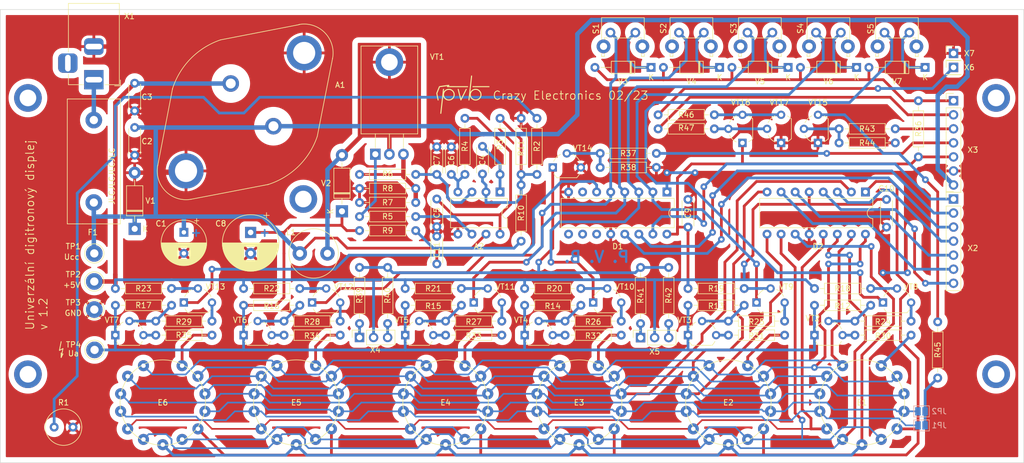
<source format=kicad_pcb>
(kicad_pcb (version 20211014) (generator pcbnew)
  (layers (0 "F.Cu" signal) (31 "B.Cu" signal) (34 "B.Paste" user) (35 "F.Paste" user) (36 "B.SilkS" user "B.Silkscreen") (37 "F.SilkS" user "F.Silkscreen") (38 "B.Mask" user) (39 "F.Mask" user) (44 "Edge.Cuts" user))
  (net 0 "")
  (net 1 "VCC")
  (net 2 "GNDD")
  (net 3 "+5V")
  (net 4 "Net-(A2-Pad1)")
  (net 5 "Net-(A2-Pad2)")
  (net 6 "Net-(A2-Pad3)")
  (net 7 "Net-(A2-Pad4)")
  (net 8 "Net-(A2-Pad6)")
  (net 9 "Net-(A2-Pad8)")
  (net 10 "/A1")
  (net 11 "/A2")
  (net 12 "/A3")
  (net 13 "/A4")
  (net 14 "/A5")
  (net 15 "/A6")
  (net 20 "/S2")
  (net 21 "/S1")
  (net 22 "/S0")
  (net 23 "/k8")
  (net 24 "/k9")
  (net 25 "/D0")
  (net 26 "/D3")
  (net 27 "/D1")
  (net 28 "/D2")
  (net 29 "/k2")
  (net 30 "/k3")
  (net 31 "/k7")
  (net 32 "/k6")
  (net 33 "/k4")
  (net 34 "/k5")
  (net 35 "/k1")
  (net 36 "/k0")
  (net 37 "/dp1")
  (net 38 "/dp2")
  (net 39 "Net-(C8-Pad1)")
  (net 40 "Net-(E1-Pad13)")
  (net 41 "Net-(E2-Pad13)")
  (net 42 "Net-(E3-Pad13)")
  (net 43 "Net-(E4-Pad13)")
  (net 44 "Net-(E5-Pad13)")
  (net 45 "Net-(E6-Pad13)")
  (net 46 "Net-(F1-Pad1)")
  (net 47 "Net-(JP1-Pad1)")
  (net 48 "Net-(R1-Pad1)")
  (net 49 "Net-(L1-Pad2)")
  (net 50 "Net-(R5-Pad1)")
  (net 51 "Net-(R6-Pad1)")
  (net 52 "Net-(R12-Pad2)")
  (net 53 "Net-(R13-Pad2)")
  (net 54 "Net-(R14-Pad2)")
  (net 55 "Net-(R15-Pad2)")
  (net 56 "Net-(R16-Pad2)")
  (net 57 "Net-(R17-Pad2)")
  (net 58 "Net-(R18-Pad2)")
  (net 59 "Net-(R19-Pad2)")
  (net 60 "Net-(R20-Pad2)")
  (net 61 "Net-(R21-Pad2)")
  (net 62 "Net-(R22-Pad2)")
  (net 63 "Net-(R23-Pad2)")
  (net 64 "Net-(R24-Pad2)")
  (net 65 "Net-(R25-Pad2)")
  (net 66 "Net-(R26-Pad2)")
  (net 67 "Net-(R27-Pad2)")
  (net 68 "Net-(R28-Pad2)")
  (net 69 "Net-(R29-Pad2)")
  (net 70 "Net-(R30-Pad1)")
  (net 71 "Net-(R31-Pad1)")
  (net 72 "Net-(R32-Pad1)")
  (net 73 "Net-(R33-Pad1)")
  (net 74 "Net-(R34-Pad1)")
  (net 75 "Net-(R35-Pad1)")
  (net 76 "/KEY")
  (net 77 "Net-(R10-Pad1)")
  (net 78 "/COL")
  (net 79 "Net-(R39-Pad1)")
  (net 80 "Net-(R39-Pad2)")
  (net 81 "Net-(R40-Pad2)")
  (net 82 "Net-(R41-Pad2)")
  (net 83 "Net-(R42-Pad2)")
  (net 84 "/DP")
  (net 85 "Net-(R43-Pad2)")
  (net 86 "Net-(R45-Pad1)")
  (net 87 "/ALM")
  (net 88 "Net-(R37-Pad1)")
  (net 89 "Net-(R46-Pad2)")
  (net 90 "Net-(R47-Pad2)")
  (net 91 "Net-(S1-Pad2)")
  (net 92 "Net-(S2-Pad2)")
  (net 93 "Net-(S3-Pad2)")
  (net 94 "Net-(S4-Pad2)")
  (net 95 "Net-(S5-Pad2)")
  (net 97 "Net-(R47-Pad1)")
  (footprint "MyComponents:R DIN0207 10.16mm" (layer "F.Cu") (at 169.1775 85.725)
    (fp_text reference "R46")
    (fp_text value "560R")
  )
  (footprint "MyComponents:Fuseholder_Cylinder-5x20mm_Stelvio-Kontek_PTF76_Horizontal_Open" (layer "F.Cu") (at 67.177875 80.3275 -90)
    (fp_text reference "F1")
    (fp_text value "Fuse")
  )
  (footprint "TestPoint:TestPoint_THTPad_D3.0mm_Drill1.5mm" (layer "F.Cu") (at 67.26 118.4275)
    (fp_text reference "TP3")
    (fp_text value "GND")
  )
  (footprint "Capacitor_THT:C_Disc_D4.3mm_W1.9mm_P5.00mm" (layer "F.Cu") (at 137.4275 88.9 -90)
    (fp_text reference "C4")
    (fp_text value "100p")
  )
  (footprint "Diode_THT:D_DO-35_SOD27_P10.16mm_Horizontal" (layer "F.Cu") (at 217.4375 74.6125 180)
    (fp_text reference "V7")
    (fp_text value "4148")
  )
  (footprint "Capacitor_THT:C_Disc_D4.3mm_W1.9mm_P5.00mm" (layer "F.Cu") (at 174.575 103.505 90)
    (fp_text reference "C9")
    (fp_text value "100n")
  )
  (footprint "MyComponents:R DIN0207 10.16mm" (layer "F.Cu") (at 197.435 117.6575)
    (fp_text reference "R12")
    (fp_text value "22k")
  )
  (footprint "Package_TO_SOT_THT:TO-92_Wide" (layer "F.Cu") (at 135.84 117.1575)
    (fp_text reference "VT11")
    (fp_text value "MPSA42")
  )
  (footprint "MyComponents:nixie_13pin" (layer "F.Cu") (at 154.89 135.255)
    (fp_text reference "E3")
    (fp_text value "ZM1080T" hide)
  )
  (footprint "MyComponents:R DIN0207 10.16mm" (layer "F.Cu") (at 115.2025 93.98)
    (fp_text reference "R6")
    (fp_text value "2k2")
  )
  (footprint "MyComponents:R DIN0207 10.16mm" (layer "F.Cu") (at 144.4125 106.045 90)
    (fp_text reference "R10")
    (fp_text value "100k")
  )
  (footprint "MyComponents:nixie_13pin" (layer "F.Cu") (at 181.8775 135.255)
    (fp_text reference "E2")
    (fp_text value "ZM1080T" hide)
  )
  (footprint "Package_TO_SOT_THT:TO-92_Wide" (layer "F.Cu") (at 145.0475 123.055)
    (fp_text reference "VT4")
    (fp_text value "MPSA92")
  )
  (footprint "Package_TO_SOT_THT:TO-92_Wide" (layer "F.Cu") (at 150.1275 92.71)
    (fp_text reference "VT14")
    (fp_text value "BC547")
  )
  (footprint "MyComponents:R DIN0207 10.16mm" (layer "F.Cu") (at 130.76 120.515)
    (fp_text reference "R27")
    (fp_text value "330k")
  )
  (footprint "MyComponents:R DIN0207 10.16mm" (layer "F.Cu") (at 152.35 123.055)
    (fp_text reference "R32")
    (fp_text value "22k")
  )
  (footprint "TestPoint:TestPoint_THTPad_D3.0mm_Drill1.5mm" (layer "F.Cu") (at 67.26 108.2675)
    (fp_text reference "TP1")
    (fp_text value "Vcc")
  )
  (footprint "MyComponents:R DIN0207 10.16mm" (layer "F.Cu") (at 145.0475 117.6575)
    (fp_text reference "R14")
    (fp_text value "22k")
  )
  (footprint "MyComponents:R DIN0207 10.16mm" (layer "F.Cu") (at 145.0475 114.6175)
    (fp_text reference "R20")
    (fp_text value "22k")
  )
  (footprint "MyComponents:R DIN0207 10.16mm" (layer "F.Cu") (at 94.2475 114.6175)
    (fp_text reference "R22")
    (fp_text value "22k")
  )
  (footprint "MyComponents:R DIN0207 10.16mm" (layer "F.Cu") (at 174.575 117.6575)
    (fp_text reference "R13")
    (fp_text value "22k")
  )
  (footprint "Package_TO_SOT_THT:TO-92_Wide" (layer "F.Cu") (at 186.9575 117.1575)
    (fp_text reference "VT9")
    (fp_text value "MPSA42")
  )
  (footprint "MyComponents:R DIN0207 10.16mm" (layer "F.Cu") (at 204.7375 123.055)
    (fp_text reference "R30")
    (fp_text value "22k")
  )
  (footprint "MyComponents:R DIN0207 10.16mm" (layer "F.Cu") (at 216.2175 90.805 90)
    (fp_text reference "R36")
    (fp_text value "1k")
  )
  (footprint "MyComponents:R DIN0207 10.16mm" (layer "F.Cu") (at 212.04 85.725 180)
    (fp_text reference "R43")
    (fp_text value "10k")
  )
  (footprint "Package_TO_SOT_THT:TO-220-3_Horizontal_TabDown" (layer "F.Cu") (at 118.06 90.32)
    (fp_text reference "VT1")
    (fp_text value "IRF740")
  )
  (footprint "Capacitor_THT:C_Disc_D4.3mm_W1.9mm_P5.00mm" (layer "F.Cu") (at 210.4525 98.505 -90)
    (fp_text reference "C10")
    (fp_text value "100n")
  )
  (footprint "Capacitor_THT:C_Disc_D4.3mm_W1.9mm_P5.00mm" (layer "F.Cu") (at 129.1725 98.425 -90)
    (fp_text reference "C5")
    (fp_text value "10n")
  )
  (footprint "MyComponents:R DIN0207 10.16mm" (layer "F.Cu") (at 158.7 90.17)
    (fp_text reference "R37")
    (fp_text value "10k")
  )
  (footprint "MyComponents:R DIN0207 10.16mm" (layer "F.Cu") (at 115.2025 101.6)
    (fp_text reference "R5")
    (fp_text value "47R")
  )
  (footprint "Button_Switch_THT:SW_Tactile_SPST_Angled_PTS645Vx58-2LFS" (layer "F.Cu") (at 185.325 68.3125)
    (fp_text reference "S3")
    (fp_text value "SW_Push")
  )
  (footprint "MyComponents:R DIN0207 10.16mm" (layer "F.Cu") (at 115.2025 110.8075 -90)
    (fp_text reference "R39")
    (fp_text value "560R")
  )
  (footprint "MyComponents:TO-3_78xx" (layer "F.Cu") (at 99.645 85.248627 -135)
    (fp_text reference "A1")
    (fp_text value "MA7805")
  )
  (footprint "TestPoint:TestPoint_THTPad_D3.0mm_Drill1.5mm" (layer "F.Cu") (at 67.26 113.3475)
    (fp_text reference "TP2")
    (fp_text value "+5V")
  )
  (footprint "MyComponents:R DIN0207 10.16mm" (layer "F.Cu") (at 219.71 120.65 -90)
    (fp_text reference "R45")
    (fp_text value "100k")
  )
  (footprint "Package_TO_SOT_THT:TO-92_Wide" (layer "F.Cu") (at 197.435 123.055)
    (fp_text reference "VT2")
    (fp_text value "MPSA92")
  )
  (footprint "Diode_THT:D_DO-35_SOD27_P10.16mm_Horizontal" (layer "F.Cu") (at 205.055 74.6125 180)
    (fp_text reference "V6")
    (fp_text value "4148")
  )
  (footprint "Package_TO_SOT_THT:TO-92_Wide" (layer "F.Cu") (at 106.63 117.1575)
    (fp_text reference "VT12")
    (fp_text value "MPSA42")
  )
  (footprint "Connector_PinHeader_2.54mm:PinHeader_1x07_P2.54mm_Vertical" (layer "F.Cu") (at 222.5675 98.425)
    (fp_text reference "X2")
    (fp_text value "Conn_01x07_Male")
  )
  (footprint "Package_TO_SOT_THT:TO-92_Wide" (layer "F.Cu") (at 198.07 88.265 90)
    (fp_text reference "VT15")
    (fp_text value "MPSA42")
  )
  (footprint "Connector_PinHeader_2.54mm:PinHeader_1x01_P2.54mm_Vertical" (layer "F.Cu") (at 222.5675 74.6125)
    (fp_text reference "X6")
    (fp_text value "Conn_01x01_Male")
  )
  (footprint "Button_Switch_THT:SW_Tactile_SPST_Angled_PTS645Vx58-2LFS" (layer "F.Cu") (at 172.9425 68.3125)
    (fp_text reference "S2")
    (fp_text value "SW_Push")
  )
  (footprint "MyComponents:R DIN0207 10.16mm" (layer "F.Cu") (at 123.4575 117.6575)
    (fp_text reference "R15")
    (fp_text value "22k")
  )
  (footprint "Button_Switch_THT:SW_Tactile_SPST_Angled_PTS645Vx58-2LFS" (layer "F.Cu") (at 160.56 68.3125)
    (fp_text reference "S1")
    (fp_text value "SW_Push")
  )
  (footprint "Package_TO_SOT_THT:TO-92_Wide" (layer "F.Cu") (at 123.4575 123.055)
    (fp_text reference "VT5")
    (fp_text value "MPSA92")
  )
  (footprint "Capacitor_THT:C_Disc_D4.3mm_W1.9mm_P5.00mm" (layer "F.Cu") (at 131.7925 93.98 90)
    (fp_text reference "C6")
    (fp_text value "1n5")
  )
  (footprint "MyComponents:R DIN0207 10.16mm" (layer "F.Cu") (at 152.35 120.515)
    (fp_text reference "R26")
    (fp_text value "330k")
  )
  (footprint "MyComponents:R DIN0207 10.16mm" (layer "F.Cu") (at 125.3625 96.52 180)
    (fp_text reference "R8")
    (fp_text value "2R2")
  )
  (footprint "MyComponents:R DIN0207 10.16mm" (layer "F.Cu") (at 147.27 93.98 90)
    (fp_text reference "R2")
    (fp_text value "47k")
  )
  (footprint "Capacitor_THT:C_Disc_D4.3mm_W1.9mm_P5.00mm" (layer "F.Cu") (at 129.1725 110.1725 90)
    (fp_text reference "C11")
    (fp_text value "100n")
  )
  (footprint "MyComponents:R DIN0207 10.16mm" (layer "F.Cu") (at 140.6025 93.98 90)
    (fp_text reference "R3")
    (fp_text value "150k")
  )
  (footprint "MyComponents:R DIN0207 10.16mm" (layer "F.Cu") (at 158.7 92.71)
    (fp_text reference "R38")
    (fp_text value "10k")
  )
  (footprint "Package_TO_SOT_THT:TO-92_Wide" (layer "F.Cu") (at 174.575 123.055)
    (fp_text reference "VT3")
    (fp_text value "MPSA92")
  )
  (footprint "MyComponents:nixie_13pin" (layer "F.Cu") (at 79.6425 135.255)
    (fp_text reference "E6")
    (fp_text value "ZM1080T" hide)
  )
  (footprint "Package_DIP:DIP-16_W7.62mm" (layer "F.Cu") (at 170.765 97.155 -90)
    (fp_text reference "D1")
    (fp_text value "7442")
  )
  (footprint "Capacitor_THT:C_Disc_D4.3mm_W1.9mm_P5.00mm" (layer "F.Cu") (at 129.1725 93.98 90)
    (fp_text reference "C7")
    (fp_text value "2n2")
  )
  (footprint "MyComponents:R DIN0207 10.16mm" (layer "F.Cu") (at 144.4125 93.98 90)
    (fp_text reference "R11")
    (fp_text value "6k8")
  )
  (footprint "MyComponents:R DIN0207 10.16mm" (layer "F.Cu") (at 181.8775 120.515)
    (fp_text reference "R25")
    (fp_text value "330k")
  )
  (footprint "MyComponents:R DIN0207 10.16mm" (layer "F.Cu") (at 101.55 123.055)
    (fp_text reference "R34")
    (fp_text value "22k")
  )
  (footprint "MyComponents:R DIN0207 10.16mm" (layer "F.Cu") (at 201.88 88.265)
    (fp_text reference "R44")
    (fp_text value "10k")
  )
  (footprint "Package_TO_SOT_THT:TO-92_Wide" (layer "F.Cu") (at 83.4525 117.1575)
    (fp_text reference "VT13")
    (fp_text value "MPSA42")
  )
  (footprint "Capacitor_THT:C_Disc_D4.3mm_W1.9mm_P5.00mm" (layer "F.Cu") (at 74.5625 85.4875 -90)
    (fp_text reference "C2")
    (fp_text value "100n")
  )
  (footprint "MyComponents:R DIN0207 10.16mm" (layer "F.Cu") (at 120.2825 110.8075 -90)
    (fp_text reference "R40")
    (fp_text value "560R")
  )
  (footprint "Package_TO_SOT_THT:TO-92_Wide" (layer "F.Cu") (at 209.8175 117.1575)
    (fp_text reference "VT8")
    (fp_text value "MPSA42")
  )
  (footprint "Diode_THT:D_DO-35_SOD27_P10.16mm_Horizontal" (layer "F.Cu") (at 167.9075 74.6125 180)
    (fp_text reference "V3")
    (fp_text value "4148")
  )
  (footprint "Capacitor_THT:C_Disc_D4.3mm_W1.9mm_P5.00mm" (layer "F.Cu") (at 74.5625 77.47 -90)
    (fp_text reference "C3")
    (fp_text value "100n")
  )
  (footprint "MyComponents:R DIN0207 10.16mm" (layer "F.Cu") (at 134.2525 83.82 -90)
    (fp_text reference "R4")
    (fp_text value "10k")
  )
  (footprint "MyComponents:R DIN0207 10.16mm" (layer "F.Cu") (at 71.07 114.6175)
    (fp_text reference "R23")
    (fp_text value "22k")
  )
  (footprint "OptoDevice:R_LDR_D6.4mm_P3.4mm_Vertical" (layer "F.Cu") (at 60.0075 139.7)
    (fp_text reference "R1")
    (fp_text value "LDR")
  )
  (footprint "MyComponents:nixie_13pin" (layer "F.Cu") (at 206.0075 135.255)
    (fp_text reference "E1")
    (fp_text value "ZM1080T" hide)
  )
  (footprint "MyComponents:nixie_13pin" (layer "F.Cu") (at 103.7725 135.255)
    (fp_text reference "E5")
    (fp_text value "ZM1080T" hide)
  )
  (footprint "Package_TO_SOT_THT:TO-92_Wide" (layer "F.Cu") (at 71.07 123.055)
    (fp_text reference "VT7")
    (fp_text value "MPSA92")
  )
  (footprint "MyComponents:R DIN0207 10.16mm" (layer "F.Cu") (at 101.55 120.515)
    (fp_text reference "R28")
    (fp_text value "330k")
  )
  (footprint "MyComponents:R DIN0207 10.16mm" (layer "F.Cu") (at 197.435 114.6175)
    (fp_text reference "R18")
    (fp_text value "22k")
  )
  (footprint "Package_TO_SOT_THT:TO-92_Wide" (layer "F.Cu") (at 94.2475 123.055)
    (fp_text reference "VT6")
    (fp_text value "MPSA92")
  )
  (footprint "MyComponents:R DIN0207 10.16mm" (layer "F.Cu") (at 78.3725 120.515)
    (fp_text reference "R29")
    (fp_text value "330k")
  )
  (footprint "Capacitor_THT:CP_Radial_D10.0mm_P3.80mm" (layer "F.Cu") (at 95.5175 104.4675 -90)
    (fp_text reference "C8")
    (fp_text value "4u7")
  )
  (footprint "MyComponents:R DIN0207 10.16mm" (layer "F.Cu") (at 171.0825 110.8075 -90)
    (fp_text reference "R42")
    (fp_text value "560R")
  )
  (footprint "Inductor_THT:L_Radial_D8.7mm_P5.00mm_Fastron_07HCP" (layer "F.Cu") (at 104.4075 108.2675)
    (fp_text reference "L1")
    (fp_text value "100uH")
  )
  (footprint "MyComponents:R DIN0207 10.16mm" (layer "F.Cu") (at 166.0025 110.8075 -90)
    (fp_text reference "R41")
    (fp_text value "560R")
  )
  (footprint "Diode_THT:D_DO-35_SOD27_P10.16mm_Horizontal" (layer "F.Cu") (at 180.29 74.6125 180)
    (fp_text reference "V4")
    (fp_text value "4148")
  )
  (footprint "Diode_THT:D_DO-35_SOD27_P10.16mm_Horizontal" (layer "F.Cu") (at 192.6725 74.6125 180)
    (fp_text reference "V5")
    (fp_text value "4148")
  )
  (footprint "Package_TO_SOT_THT:TO-92_Wide" (layer "F.Cu") (at 157.43 117.1575)
    (fp_text reference "VT10")
    (fp_text value "MPSA42")
  )
  (footprint "Button_Switch_THT:SW_Tactile_SPST_Angled_PTS645Vx58-2LFS" (layer "F.Cu") (at 210.09 68.3125)
    (fp_text reference "S5")
    (fp_text value "SW_Push")
  )
  (footprint "TestPoint:TestPoint_THTPad_D3.0mm_Drill1.5mm" (layer "F.Cu") (at 67.31 125.73)
    (fp_text reference "TP4")
    (fp_text value "Ua")
  )
  (footprint "Package_DIP:DIP-16_W7.62mm" (layer "F.Cu") (at 206.6425 97.155 -90)
    (fp_text reference "D2")
    (fp_text value "74141")
  )
  (footprint "MyComponents:R DIN0207 10.16mm" (layer "F.Cu") (at 115.2025 104.14)
    (fp_text reference "R9")
    (fp_text value "390k")
  )
  (footprint "MyComponents:R DIN0207 10.16mm" (layer "F.Cu") (at 174.575 114.6175)
    (fp_text reference "R19")
    (fp_text value "22k")
  )
  (footprint "MyComponents:nixie_13pin" (layer "F.Cu") (at 130.76 135.255)
    (fp_text reference "E4")
    (fp_text value "ZM1080T" hide)
  )
  (footprint "Connector_PinHeader_2.54mm:PinHeader_1x07_P2.54mm_Vertical" (layer "F.Cu") (at 222.5675 80.645)
    (fp_text reference "X3")
    (fp_text value "Conn_01x07_Male")
  )
  (footprint "Capacitor_THT:CP_Radial_D8.0mm_P3.80mm" (layer "F.Cu") (at 83.4525 104.4575 -90)
    (fp_text reference "C1")
    (fp_text value "470u")
  )
  (footprint "MyComponents:R DIN0207 10.16mm" (layer "F.Cu") (at 71.07 117.6575)
    (fp_text reference "R17")
    (fp_text value "22k")
  )
  (footprint "MyComponents:R DIN0207 10.16mm" (layer "F.Cu") (at 130.76 123.055)
    (fp_text reference "R33")
    (fp_text value "22k")
  )
  (footprint "Button_Switch_THT:SW_Tactile_SPST_Angled_PTS645Vx58-2LFS" (layer "F.Cu") (at 197.7075 68.3125)
    (fp_text reference "S4")
    (fp_text value "SW_Push")
  )
  (footprint "Diode_THT:D_DO-41_SOD81_P10.16mm_Horizontal" (layer "F.Cu") (at 74.5625 103.8225 90)
    (fp_text reference "V1")
    (fp_text value "4007")
  )
  (footprint "MyComponents:R DIN0207 10.16mm" (layer "F.Cu") (at 78.3725 123.055)
    (fp_text reference "R35")
    (fp_text value "22k")
  )
  (footprint "Connector_PinSocket_2.54mm:PinSocket_1x03_P2.54mm_Vertical" (layer "F.Cu") (at 166.0025 123.5075 90)
    (fp_text reference "X5")
    (fp_text value "Conn_01x03_Female")
  )
  (footprint "Connector_PinHeader_2.54mm:PinHeader_1x01_P2.54mm_Vertical" (layer "F.Cu") (at 222.5675 72.0725)
    (fp_text reference "X7")
    (fp_text value "Conn_01x01_Male")
  )
  (footprint "MyComponents:R DIN0207 10.16mm" (layer "F.Cu") (at 94.2475 117.6575)
    (fp_text reference "R16")
    (fp_text value "22k")
  )
  (footprint "MyComponents:R DIN0207 10.16mm" (layer "F.Cu") (at 125.3625 99.06 180)
    (fp_text reference "R7")
    (fp_text value "2R2")
  )
  (footprint "Connector_PinSocket_2.54mm:PinSocket_1x03_P2.54mm_Vertical" (layer "F.Cu") (at 115.2025 123.4825 90)
    (fp_text reference "X4")
    (fp_text value "Conn_01x03_Female")
  )
  (footprint "MyComponents:R DIN0207 10.16mm" (layer "F.Cu") (at 204.7375 120.515)
    (fp_text reference "R24")
    (fp_text value "330k")
  )
  (footprint "Package_DIP:DIP-8_W7.62mm" (layer "F.Cu") (at 140.6025 97.155 -90)
    (fp_text reference "A2")
    (fp_text value "UC3845")
  )
  (footprint "Connector_BarrelJack:BarrelJack_Horizontal" (layer "F.Cu") (at 67.182875 76.835 -90)
    (fp_text reference "X1")
    (fp_text value "Barrel_Jack_Switch")
  )
  (footprint "MyComponents:R DIN0207 10.16mm" (layer "F.Cu") (at 123.4575 114.6175)
    (fp_text reference "R21")
    (fp_text value "22k")
  )
  (footprint "Package_TO_SOT_THT:TO-92_Wide" (layer "F.Cu") (at 191.4025 88.265 90)
    (fp_text reference "VT17")
    (fp_text value "BC556")
  )
  (footprint "Diode_THT:D_DO-41_SOD81_P10.16mm_Horizontal" (layer "F.Cu") (at 112.0275 100.6475 90)
    (fp_text reference "V2")
    (fp_text value "UF4007")
  )
  (footprint "MyComponents:R DIN0207 10.16mm" (layer "F.Cu") (at 179.3375 83.185 180)
    (fp_text reference "R47")
    (fp_text value "47R")
  )
  (footprint "MyComponents:R DIN0207 10.16mm" (layer "F.Cu") (at 181.8775 123.055)
    (fp_text reference "R31")
    (fp_text value "22k")
  )
  (footprint "Package_TO_SOT_THT:TO-92_Wide" (layer "F.Cu") (at 184.4175 88.265 90)
    (fp_text reference "VT16")
    (fp_text value "BC547")
  )
  (footprint "Jumper:SolderJumper-2_P1.3mm_Open_Pad1.0x1.5mm" (layer "B.Cu") (at 216.7875 139.3825 180)
    (fp_text reference "JP1")
    (fp_text value "SolderJumper_2_Open" hide)
  )
  (footprint "Jumper:SolderJumper-2_P1.3mm_Open_Pad1.0x1.5mm" (layer "B.Cu") (at 216.7875 136.8425 180)
    (fp_text reference "JP2")
    (fp_text value "SolderJumper_2_Open" hide)
  )
  (gr_line (start 61.595 125.491875) (end 60.96 125.809375) (layer "F.SilkS") (width 0.15))
  (gr_line (start 61.2775 127.079375) (end 61.595 126.444375) (layer "F.SilkS") (width 0.15))
  (gr_line (start 60.96 125.809375) (end 61.2775 124.221875) (layer "F.SilkS") (width 0.15))
  (gr_line (start 61.2775 127.079375) (end 61.2775 126.285625) (layer "F.SilkS") (width 0.15))
  (gr_poly (pts (xy 131.376378 77.767258) (xy 131.389213 77.773297) (xy 131.395241 77.776997) (xy 131.400867 77.780829) (xy 131.40609 77.784793) (xy 131.410911 77.788886) (xy 131.415329 77.793105) (xy 131.419344 77.797449) (xy 131.422958 77.801914) (xy 131.426169 77.806499) (xy 131.428979 77.811202) (xy 131.431386 77.81602) (xy 131.433391 77.82095) (xy 131.434995 77.825991) (xy 131.436196 77.831141) (xy 131.436996 77.836396) (xy 131.437395 77.841755) (xy 131.437392 77.847216) (xy 131.436987 77.852775) (xy 131.436181 77.858432) (xy 131.434974 77.864183) (xy 131.433366 77.870026) (xy 131.431357 77.87596) (xy 131.428947 77.881981) (xy 131.426135 77.888088) (xy 131.422923 77.894278) (xy 131.419311 77.900548) (xy 131.415297 77.906898) (xy 131.410883 77.913323) (xy 131.406069 77.919823) (xy 131.400854 77.926395) (xy 131.395239 77.933036) (xy 131.389223 77.939744) (xy 131.382808 77.946517) (xy 131.337564 77.993054) (xy 133.0576 77.998359) (xy 134.777635 78.003664) (xy 134.803286 78.033433) (xy 134.806264 78.037019) (xy 134.809049 78.040642) (xy 134.811643 78.044299) (xy 134.814044 78.047988) (xy 134.816253 78.051706) (xy 134.81827 78.055452) (xy 134.820095 78.059222) (xy 134.821728 78.063013) (xy 134.823169 78.066825) (xy 134.824417 78.070653) (xy 134.825474 78.074497) (xy 134.826338 78.078352) (xy 134.827011 78.082218) (xy 134.827491 78.08609) (xy 134.827779 78.089968) (xy 134.827875 78.093848) (xy 134.827779 78.097728) (xy 134.827491 78.101606) (xy 134.827011 78.105478) (xy 134.826338 78.109344) (xy 134.825474 78.113199) (xy 134.824417 78.117043) (xy 134.823169 78.120871) (xy 134.821728 78.124683) (xy 134.820095 78.128475) (xy 134.81827 78.132244) (xy 134.816253 78.13599) (xy 134.814044 78.139708) (xy 134.811643 78.143397) (xy 134.809049 78.147054) (xy 134.806264 78.150677) (xy 134.803286 78.154263) (xy 134.777635 78.184032) (xy 132.935279 78.186817) (xy 131.492636 78.186303) (xy 131.171963 78.182996) (xy 131.063193 78.177365) (xy 131.059855 78.175877) (xy 131.056563 78.174185) (xy 131.053323 78.172299) (xy 131.050141 78.170229) (xy 131.047022 78.167985) (xy 131.043972 78.165577) (xy 131.040997 78.163014) (xy 131.038101 78.160307) (xy 131.035291 78.157465) (xy 131.032572 78.154498) (xy 131.02995 78.151417) (xy 131.02743 78.14823) (xy 131.025017 78.144948) (xy 131.022718 78.141581) (xy 131.020538 78.138138) (xy 131.018482 78.134629) (xy 131.016555 78.131065) (xy 131.014765 78.127455) (xy 131.013115 78.123808) (xy 131.011612 78.120136) (xy 131.010261 78.116447) (xy 131.009067 78.112751) (xy 131.008037 78.109059) (xy 131.007176 78.10538) (xy 131.006489 78.101724) (xy 131.005981 78.098101) (xy 131.005659 78.09452) (xy 131.005529 78.090993) (xy 131.005594 78.087527) (xy 131.005862 78.084135) (xy 131.006337 78.080824) (xy 131.007025 78.077605) (xy 131.007799 78.074932) (xy 131.008833 78.071998) (xy 131.010112 78.068833) (xy 131.011616 78.065466) (xy 131.01333 78.061927) (xy 131.015235 78.058246) (xy 131.017314 78.054451) (xy 131.01955 78.050573) (xy 131.021926 78.04664) (xy 131.024423 78.042683) (xy 131.027025 78.038731) (xy 131.029713 78.034813) (xy 131.032472 78.030959) (xy 131.035282 78.027198) (xy 131.038128 78.02356) (xy 131.040991 78.020074) (xy 131.068779 77.987107) (xy 131.027708 77.993018) (xy 130.869719 78.015415) (xy 130.205421 78.10978) (xy 129.86697 78.157487) (xy 129.811508 78.165521) (xy 129.765334 78.172855) (xy 129.733267 78.178676) (xy 129.72403 78.180767) (xy 129.721374 78.181563) (xy 129.720126 78.182176) (xy 129.644818 78.361822) (xy 129.490673 78.746883) (xy 129.338744 79.133103) (xy 129.270089 79.316231) (xy 129.272486 79.332174) (xy 129.279355 79.370155) (xy 129.304582 79.502297) (xy 129.341919 79.692789) (xy 129.387513 79.921763) (xy 129.432683 80.150851) (xy 129.468868 80.341655) (xy 129.492392 80.474258) (xy 129.498256 80.51251) (xy 129.499576 80.528744) (xy 129.498082 80.534077) (xy 129.496331 80.539239) (xy 129.494331 80.544225) (xy 129.492093 80.549032) (xy 129.489626 80.553654) (xy 129.486937 80.558088) (xy 129.484037 80.562328) (xy 129.480934 80.566371) (xy 129.477639 80.570211) (xy 129.474158 80.573845) (xy 129.470503 80.577268) (xy 129.466681 80.580475) (xy 129.462703 80.583463) (xy 129.458577 80.586226) (xy 129.454311 80.58876) (xy 129.449917 80.59106) (xy 129.445401 80.593123) (xy 129.440774 80.594944) (xy 129.436045 80.596518) (xy 129.431222 80.597841) (xy 129.426315 80.598908) (xy 129.421333 80.599715) (xy 129.416284 80.600258) (xy 129.411179 80.600532) (xy 129.406026 80.600532) (xy 129.400834 80.600255) (xy 129.395613 80.599695) (xy 129.39037 80.598848) (xy 129.385117 80.59771) (xy 129.379861 80.596277) (xy 129.374612 80.594543) (xy 129.369378 80.592505) (xy 129.369378 80.592508) (xy 129.366028 80.590974) (xy 129.362657 80.58918) (xy 129.359284 80.587148) (xy 129.355932 80.5849) (xy 129.352622 80.582456) (xy 129.349375 80.579837) (xy 129.346212 80.577065) (xy 129.343154 80.57416) (xy 129.340223 80.571143) (xy 129.337441 80.568036) (xy 129.334828 80.56486) (xy 129.332406 80.561635) (xy 129.330196 80.558383) (xy 129.32822 80.555125) (xy 129.326498 80.551882) (xy 129.325052 80.548675) (xy 129.320071 80.530147) (xy 129.31063 80.488872) (xy 129.280561 80.348553) (xy 129.239243 80.14867) (xy 129.191072 79.910173) (xy 129.12378 79.570867) (xy 129.102903 79.461415) (xy 129.08912 79.38348) (xy 129.081367 79.3306) (xy 129.078581 79.296312) (xy 129.079697 79.274153) (xy 129.083651 79.257661) (xy 129.107594 79.194447) (xy 129.162353 79.055199) (xy 129.331753 78.630867) (xy 129.43401 78.378863) (xy 129.512093 78.191867) (xy 129.564726 78.072867) (xy 129.5811 78.039799) (xy 129.590633 78.024849) (xy 129.592945 78.022844) (xy 129.595703 78.020871) (xy 129.599027 78.01891) (xy 129.603038 78.01694) (xy 129.607858 78.014942) (xy 129.613607 78.012896) (xy 129.620406 78.010782) (xy 129.628377 78.00858) (xy 129.637641 78.00627) (xy 129.648318 78.003833) (xy 129.674397 77.998495) (xy 129.707582 77.992407) (xy 129.748843 77.98541) (xy 129.799147 77.977344) (xy 129.859463 77.96805) (xy 129.930758 77.95737) (xy 130.014002 77.945143) (xy 130.220207 77.915413) (xy 130.485826 77.877585) (xy 130.986528 77.806891) (xy 131.248914 77.772304) (xy 131.316556 77.765569) (xy 131.355602 77.764285)) (layer "F.SilkS") (width 0) (fill solid))
  (gr_line (start 61.2775 127.079375) (end 61.595 125.491875) (layer "F.SilkS") (width 0.15))
  (gr_poly (pts (xy 138.631651 78.003639) (xy 138.635406 78.004631) (xy 138.639072 78.005762) (xy 138.642647 78.00703) (xy 138.646129 78.008431) (xy 138.649515 78.009964) (xy 138.652805 78.011625) (xy 138.655995 78.013412) (xy 138.659084 78.015322) (xy 138.66207 78.017353) (xy 138.664951 78.019501) (xy 138.667724 78.021765) (xy 138.670388 78.024141) (xy 138.672941 78.026627) (xy 138.675381 78.02922) (xy 138.677706 78.031918) (xy 138.679913 78.034717) (xy 138.682001 78.037616) (xy 138.683968 78.040612) (xy 138.685811 78.043701) (xy 138.68753 78.046881) (xy 138.689121 78.05015) (xy 138.690582 78.053505) (xy 138.691913 78.056943) (xy 138.69311 78.060462) (xy 138.694172 78.064059) (xy 138.695096 78.06773) (xy 138.695882 78.071475) (xy 138.696526 78.075289) (xy 138.697026 78.079171) (xy 138.697381 78.083117) (xy 138.697589 78.087125) (xy 138.697648 78.091193) (xy 138.697554 78.099281) (xy 138.697304 78.106612) (xy 138.696858 78.11326) (xy 138.696178 78.119299) (xy 138.695224 78.124805) (xy 138.693958 78.129851) (xy 138.693196 78.132225) (xy 138.692341 78.134512) (xy 138.691389 78.136721) (xy 138.690334 78.138861) (xy 138.689173 78.140943) (xy 138.687899 78.142974) (xy 138.686509 78.144965) (xy 138.684996 78.146925) (xy 138.681587 78.150788) (xy 138.677633 78.154637) (xy 138.673095 78.158546) (xy 138.667933 78.162591) (xy 138.662111 78.166845) (xy 138.655587 78.171382) (xy 138.653021 78.172899) (xy 138.649751 78.174328) (xy 138.645564 78.175672) (xy 138.640244 78.176933) (xy 138.633578 78.178115) (xy 138.625352 78.179218) (xy 138.603362 78.181203) (xy 138.57256 78.182907) (xy 138.531235 78.184352) (xy 138.477672 78.185556) (xy 138.410159 78.186541) (xy 138.326981 78.187326) (xy 138.226427 78.187931) (xy 137.966334 78.188684) (xy 137.616175 78.18896) (xy 137.162245 78.188919) (xy 135.969644 78.185859) (xy 135.738262 78.181416) (xy 135.684948 78.178189) (xy 135.662229 78.174184) (xy 135.66223 78.174187) (xy 135.658837 78.172635) (xy 135.655469 78.170944) (xy 135.652147 78.16913) (xy 135.64889 78.16721) (xy 135.645719 78.1652) (xy 135.642655 78.163117) (xy 135.639718 78.160977) (xy 135.636928 78.158798) (xy 135.634307 78.156594) (xy 135.631873 78.154384) (xy 135.629649 78.152184) (xy 135.627653 78.150009) (xy 135.625907 78.147878) (xy 135.624431 78.145805) (xy 135.623246 78.143809) (xy 135.622372 78.141905) (xy 135.620127 78.135254) (xy 135.618333 78.128213) (xy 135.616981 78.120854) (xy 135.616063 78.113248) (xy 135.615569 78.105467) (xy 135.615493 78.097582) (xy 135.615824 78.089663) (xy 135.616556 78.081784) (xy 135.617679 78.074015) (xy 135.619184 78.066427) (xy 135.621064 78.059092) (xy 135.62331 78.052082) (xy 135.625914 78.045467) (xy 135.628866 78.039319) (xy 135.632159 78.03371) (xy 135.635784 78.028711) (xy 135.656101 78.003664) (xy 137.131783 78.000719) (xy 138.181088 78.000364)) (layer "F.SilkS") (width 0) (fill solid))
  (gr_poly (pts (xy 135.469255 76.070765) (xy 135.474794 76.071404) (xy 135.480322 76.072374) (xy 135.485827 76.073677) (xy 135.491295 76.075314) (xy 135.49671 76.077288) (xy 135.502059 76.0796) (xy 135.507328 76.082254) (xy 135.512502 76.08525) (xy 135.517568 76.088592) (xy 135.522511 76.092282) (xy 135.527318 76.096321) (xy 135.531973 76.100712) (xy 135.534414 76.103285) (xy 135.536686 76.106003) (xy 135.538787 76.108922) (xy 135.540714 76.112098) (xy 135.542466 76.115587) (xy 135.544041 76.119446) (xy 135.545436 76.123732) (xy 135.546649 76.128499) (xy 135.547679 76.133806) (xy 135.548523 76.139707) (xy 135.549178 76.146261) (xy 135.549644 76.153522) (xy 135.549918 76.161547) (xy 135.549997 76.170393) (xy 135.549879 76.180116) (xy 135.549564 76.190772) (xy 135.549047 76.202418) (xy 135.548328 76.21511) (xy 135.546273 76.243857) (xy 135.543383 76.277464) (xy 135.539639 76.316383) (xy 135.535026 76.361064) (xy 135.529526 76.411957) (xy 135.515799 76.534185) (xy 135.462034 77.011633) (xy 135.408605 77.491739) (xy 135.354891 77.974492) (xy 135.301549 78.454586) (xy 135.254789 78.873635) (xy 135.247168 78.943903) (xy 135.241404 79.001923) (xy 135.238059 79.041675) (xy 135.23747 79.052818) (xy 135.237695 79.057136) (xy 135.237897 79.057233) (xy 135.238173 79.057196) (xy 135.238521 79.05703) (xy 135.23894 79.056737) (xy 135.239426 79.05632) (xy 135.239979 79.055782) (xy 135.241273 79.054356) (xy 135.242806 79.052485) (xy 135.244559 79.050191) (xy 135.246518 79.0475) (xy 135.248664 79.044436) (xy 135.250981 79.041023) (xy 135.253452 79.037287) (xy 135.25606 79.033251) (xy 135.258789 79.02894) (xy 135.261621 79.024378) (xy 135.264539 79.019591) (xy 135.267528 79.014602) (xy 135.270569 79.009435) (xy 135.284202 78.986974) (xy 135.299006 78.964263) (xy 135.314895 78.941397) (xy 135.331779 78.918473) (xy 135.349571 78.895585) (xy 135.368183 78.87283) (xy 135.387527 78.850302) (xy 135.407515 78.828097) (xy 135.428059 78.806312) (xy 135.44907 78.78504) (xy 135.470461 78.764378) (xy 135.492144 78.744422) (xy 135.514031 78.725266) (xy 135.536034 78.707006) (xy 135.558064 78.689739) (xy 135.580035 78.673558) (xy 135.595343 78.663125) (xy 135.612403 78.65235) (xy 135.631014 78.641325) (xy 135.650979 78.630139) (xy 135.694171 78.607652) (xy 135.74039 78.585616) (xy 135.788043 78.564759) (xy 135.83554 78.545806) (xy 135.858733 78.537271) (xy 135.881289 78.529485) (xy 135.903012 78.522539) (xy 135.9237 78.516524) (xy 135.951301 78.509312) (xy 135.964211 78.506288) (xy 135.976832 78.503622) (xy 135.989395 78.501296) (xy 136.00213 78.499285) (xy 136.015265 78.497571) (xy 136.029031 78.496131) (xy 136.043658 78.494944) (xy 136.059374 78.493989) (xy 136.07641 78.493245) (xy 136.094995 78.49269) (xy 136.137731 78.492063) (xy 136.18942 78.491939) (xy 136.240604 78.492202) (xy 136.283182 78.492948) (xy 136.31889 78.494339) (xy 136.349463 78.496538) (xy 136.376638 78.499704) (xy 136.402152 78.504002) (xy 136.42774 78.509592) (xy 136.455138 78.516635) (xy 136.512135 78.533727) (xy 136.567437 78.553601) (xy 136.620993 78.576152) (xy 136.67275 78.601276) (xy 136.722655 78.62887) (xy 136.770654 78.658831) (xy 136.816695 78.691054) (xy 136.860724 78.725436) (xy 136.902689 78.761872) (xy 136.942536 78.80026) (xy 136.980214 78.840494) (xy 137.015667 78.882473) (xy 137.048845 78.926091) (xy 137.079693 78.971246) (xy 137.108158 79.017832) (xy 137.134189 79.065747) (xy 137.157731 79.114887) (xy 137.178731 79.165148) (xy 137.197137 79.216426) (xy 137.212896 79.268617) (xy 137.225954 79.321619) (xy 137.236259 79.375326) (xy 137.243758 79.429635) (xy 137.248397 79.484442) (xy 137.250124 79.539645) (xy 137.248885 79.595138) (xy 137.244628 79.650818) (xy 137.2373 79.706581) (xy 137.226847 79.762324) (xy 137.213217 79.817943) (xy 137.196357 79.873334) (xy 137.176213 79.928393) (xy 137.161612 79.963347) (xy 137.14589 79.997581) (xy 137.129072 80.031076) (xy 137.111184 80.063815) (xy 137.09225 80.095778) (xy 137.072297 80.126947) (xy 137.051349 80.157302) (xy 137.029431 80.186825) (xy 136.982788 80.243301) (xy 136.932569 80.296222) (xy 136.878976 80.345441) (xy 136.82221 80.390805) (xy 136.762473 80.432166) (xy 136.699967 80.469374) (xy 136.634893 80.502277) (xy 136.567453 80.530726) (xy 136.532909 80.543234) (xy 136.497849 80.554571) (xy 136.462298 80.564721) (xy 136.426282 80.573663) (xy 136.389826 80.581378) (xy 136.352954 80.587849) (xy 136.315692 80.593057) (xy 136.278066 80.596982) (xy 136.195805 80.600934) (xy 136.114422 80.598577) (xy 136.034202 80.590075) (xy 135.955436 80.575594) (xy 135.87841 80.555298) (xy 135.803413 80.529352) (xy 135.730732 80.497922) (xy 135.660656 80.461172) (xy 135.593472 80.419268) (xy 135.529468 80.372374) (xy 135.468933 80.320655) (xy 135.412153 80.264276) (xy 135.359418 80.203403) (xy 135.311015 80.1382) (xy 135.267232 80.068833) (xy 135.228356 79.995465) (xy 135.221155 79.980088) (xy 135.213889 79.963744) (xy 135.206756 79.946932) (xy 135.199955 79.930154) (xy 135.193683 79.913911) (xy 135.188139 79.898703) (xy 135.183522 79.88503) (xy 135.180029 79.873394) (xy 135.177524 79.864715) (xy 135.17491 79.85651) (xy 135.172225 79.848836) (xy 135.169507 79.841752) (xy 135.166791 79.835315) (xy 135.164116 79.829582) (xy 135.161519 79.824611) (xy 135.159037 79.820459) (xy 135.156707 79.817185) (xy 135.154568 79.814844) (xy 135.15358 79.814042) (xy 135.152655 79.813496) (xy 135.151795 79.813212) (xy 135.151006 79.813197) (xy 135.150292 79.813459) (xy 135.149659 79.814005) (xy 135.14911 79.814842) (xy 135.14865 79.815978) (xy 135.148285 79.817419) (xy 135.148018 79.819172) (xy 135.147799 79.823647) (xy 135.136054 79.941599) (xy 135.109828 80.178056) (xy 135.082636 80.413604) (xy 135.067991 80.528832) (xy 135.0665 80.534119) (xy 135.064753 80.539239) (xy 135.06276 80.544186) (xy 135.060529 80.548958) (xy 135.05807 80.553547) (xy 135.055392 80.557952) (xy 135.052504 80.562166) (xy 135.049415 80.566185) (xy 135.046134 80.570006) (xy 135.042671 80.573622) (xy 135.039035 80.577031) (xy 135.035234 80.580226) (xy 135.031279 80.583205) (xy 135.027177 80.585961) (xy 135.022939 80.588491) (xy 135.018574 80.590791) (xy 135.01409 80.592855) (xy 135.009496 80.594679) (xy 135.004803 80.596259) (xy 135.000019 80.59759) (xy 134.995153 80.598668) (xy 134.990215 80.599488) (xy 134.985213 80.600045) (xy 134.980157 80.600336) (xy 134.975055 80.600355) (xy 134.969918 80.600098) (xy 134.964754 80.59956) (xy 134.959573 80.598738) (xy 134.954383 80.597626) (xy 134.949193 80.59622) (xy 134.944014 80.594515) (xy 134.938854 80.592508) (xy 134.938855 80.592508) (xy 134.93381 80.590293) (xy 134.929047 80.587987) (xy 134.924563 80.585569) (xy 134.920352 80.583016) (xy 134.91641 80.580306) (xy 134.912735 80.577418) (xy 134.909321 80.574328) (xy 134.906164 80.571015) (xy 134.903261 80.567457) (xy 134.900607 80.563631) (xy 134.898197 80.559516) (xy 134.896029 80.55509) (xy 134.894098 80.55033) (xy 134.892399 80.545214) (xy 134.890929 80.53972) (xy 134.889684 80.533827) (xy 134.888658 80.527511) (xy 134.88785 80.520752) (xy 134.887253 80.513526) (xy 134.886865 80.505812) (xy 134.88668 80.497587) (xy 134.886695 80.48883) (xy 134.886906 80.479519) (xy 134.887309 80.46963) (xy 134.887899 80.459143) (xy 134.888673 80.448035) (xy 134.890754 80.423868) (xy 134.893519 80.396952) (xy 134.896936 80.367111) (xy 134.932009 80.06152) (xy 134.977526 79.648207) (xy 134.989938 79.535253) (xy 135.317255 79.535253) (xy 135.318076 79.58292) (xy 135.321557 79.630807) (xy 135.327749 79.678818) (xy 135.336702 79.72686) (xy 135.348467 79.774837) (xy 135.363095 79.822655) (xy 135.380637 79.87022) (xy 135.389081 79.890603) (xy 135.397814 79.910343) (xy 135.406884 79.92951) (xy 135.41634 79.948175) (xy 135.426229 79.966407) (xy 135.436599 79.984276) (xy 135.447499 80.001855) (xy 135.458976 80.019211) (xy 135.471078 80.036417) (xy 135.483853 80.053542) (xy 135.49735 80.070657) (xy 135.511616 80.087831) (xy 135.526699 80.105136) (xy 135.542647 80.122641) (xy 135.559508 80.140417) (xy 135.57733 80.158534) (xy 135.617195 80.196214) (xy 135.658354 80.230853) (xy 135.700795 80.262449) (xy 135.744507 80.290998) (xy 135.789476 80.316496) (xy 135.835693 80.338939) (xy 135.883144 80.358325) (xy 135.931817 80.37465) (xy 135.981702 80.38791) (xy 136.032785 80.398101) (xy 136.085055 80.40522) (xy 136.1385 80.409263) (xy 136.193109 80.410227) (xy 136.248868 80.408109) (xy 136.305767 80.402904) (xy 136.363794 80.394608) (xy 136.363795 80.394608) (xy 136.37716 80.392083) (xy 136.391604 80.388836) (xy 136.406973 80.384925) (xy 136.42311 80.380407) (xy 136.457068 80.369782) (xy 136.492235 80.357421) (xy 136.527367 80.343784) (xy 136.561219 80.32933) (xy 136.592549 80.31452) (xy 136.606879 80.307126) (xy 136.620113 80.299814) (xy 136.648099 80.283054) (xy 136.675295 80.265363) (xy 136.701688 80.246769) (xy 136.727264 80.227302) (xy 136.752006 80.20699) (xy 136.775902 80.185861) (xy 136.798937 80.163945) (xy 136.821096 80.141269) (xy 136.842364 80.117863) (xy 136.862728 80.093754) (xy 136.882174 80.068971) (xy 136.900685 80.043544) (xy 136.918249 80.0175) (xy 136.934851 79.990868) (xy 136.950475 79.963677) (xy 136.965109 79.935954) (xy 136.978737 79.90773) (xy 136.991345 79.879032) (xy 137.002919 79.849888) (xy 137.013443 79.820329) (xy 137.022905 79.790381) (xy 137.031288 79.760073) (xy 137.03858 79.729435) (xy 137.044765 79.698495) (xy 137.049829 79.667281) (xy 137.053757 79.635821) (xy 137.056536 79.604145) (xy 137.05815 79.572281) (xy 137.058585 79.540257) (xy 137.057828 79.508103) (xy 137.055862 79.475846) (xy 137.052675 79.443516) (xy 137.042971 79.380169) (xy 137.029017 79.318533) (xy 137.010929 79.258751) (xy 136.988825 79.200962) (xy 136.962821 79.14531) (xy 136.933032 79.091934) (xy 136.899576 79.040978) (xy 136.862569 78.992581) (xy 136.822128 78.946887) (xy 136.778368 78.904035) (xy 136.731407 78.864169) (xy 136.681361 78.827428) (xy 136.628345 78.793955) (xy 136.572478 78.763891) (xy 136.513875 78.737378) (xy 136.452652 78.714557) (xy 136.430084 78.707638) (xy 136.405858 78.701401) (xy 136.38019 78.695857) (xy 136.353292 78.691017) (xy 136.325381 78.686892) (xy 136.296669 78.683494) (xy 136.267371 78.680832) (xy 136.237701 78.678919) (xy 136.207874 78.677765) (xy 136.178104 78.677381) (xy 136.148605 78.677779) (xy 136.119592 78.678969) (xy 136.091277 78.680963) (xy 136.063877 78.683771) (xy 136.037605 78.687405) (xy 136.012675 78.691875) (xy 135.963501 78.703283) (xy 135.915718 78.717278) (xy 135.869375 78.733764) (xy 135.824525 78.752647) (xy 135.781218 78.773833) (xy 135.739504 78.797226) (xy 135.699435 78.822733) (xy 135.66106 78.850257) (xy 135.624432 78.879706) (xy 135.5896 78.910983) (xy 135.556616 78.943995) (xy 135.52553 78.978647) (xy 135.496393 79.014843) (xy 135.469256 79.05249) (xy 135.444169 79.091493) (xy 135.421184 79.131756) (xy 135.40035 79.173186) (xy 135.38172 79.215688) (xy 135.365344 79.259166) (xy 135.351271 79.303527) (xy 135.339555 79.348676) (xy 135.330244 79.394517) (xy 135.32339 79.440957) (xy 135.319043 79.487901) (xy 135.317255 79.535253) (xy 134.989938 79.535253) (xy 135.013466 79.321154) (xy 135.051994 78.979779) (xy 135.137509 78.210557) (xy 135.17317 77.886345) (xy 135.211426 77.547436) (xy 135.296903 76.778214) (xy 135.315662 76.608123) (xy 135.332503 76.459916) (xy 135.345594 76.341316) (xy 135.351261 76.285834) (xy 135.355342 76.242412) (xy 135.357138 76.224677) (xy 135.359426 76.206811) (xy 135.362113 76.189298) (xy 135.365103 76.172624) (xy 135.368304 76.157274) (xy 135.371622 76.143735) (xy 135.374962 76.132491) (xy 135.376611 76.127882) (xy 135.37823 76.124029) (xy 135.380994 76.118513) (xy 135.38403 76.113284) (xy 135.387325 76.108346) (xy 135.390865 76.103698) (xy 135.394635 76.099345) (xy 135.398622 76.095288) (xy 135.402811 76.091529) (xy 135.407189 76.08807) (xy 135.41174 76.084913) (xy 135.416452 76.082061) (xy 135.421309 76.079516) (xy 135.426298 76.07728) (xy 135.431404 76.075354) (xy 135.436614 76.073742) (xy 135.441914 76.072445) (xy 135.447288 76.071466) (xy 135.452724 76.070806) (xy 135.458206 76.070467) (xy 135.463721 76.070453)) (layer "F.SilkS") (width 0) (fill solid))
  (gr_poly (pts (xy 130.381247 78.486445) (xy 130.386997 78.487023) (xy 130.392718 78.48793) (xy 130.398389 78.489163) (xy 130.40399 78.490716) (xy 130.409499 78.492584) (xy 130.414896 78.494761) (xy 130.42016 78.497244) (xy 130.425272 78.500026) (xy 130.430209 78.503102) (xy 130.434951 78.506469) (xy 130.439479 78.510119) (xy 130.44377 78.514049) (xy 130.447805 78.518253) (xy 130.451562 78.522726) (xy 130.455022 78.527462) (xy 130.458162 78.532458) (xy 130.460964 78.537707) (xy 130.463405 78.543205) (xy 130.465466 78.548946) (xy 130.466265 78.554508) (xy 130.46654 78.564214) (xy 130.46564 78.594628) (xy 130.463012 78.637323) (xy 130.4589 78.689433) (xy 130.453548 78.748091) (xy 130.447203 78.81043) (xy 130.440108 78.873584) (xy 130.432509 78.934688) (xy 130.431369 78.944806) (xy 130.430675 78.954233) (xy 130.430414 78.962765) (xy 130.430443 78.966631) (xy 130.430576 78.970195) (xy 130.430812 78.973433) (xy 130.431149 78.976319) (xy 130.431587 78.978826) (xy 130.432123 78.98093) (xy 130.432756 78.982604) (xy 130.433486 78.983823) (xy 130.433886 78.984254) (xy 130.43431 78.984561) (xy 130.434757 78.984742) (xy 130.435227 78.984793) (xy 130.435762 78.984695) (xy 130.436399 78.984431) (xy 130.437137 78.984007) (xy 130.437971 78.983425) (xy 130.439917 78.981807) (xy 130.442209 78.97961) (xy 130.444821 78.976868) (xy 130.447727 78.973614) (xy 130.4509 78.969881) (xy 130.454313 78.965702) (xy 130.45794 78.961111) (xy 130.461754 78.956139) (xy 130.465729 78.950822) (xy 130.469838 78.945191) (xy 130.474055 78.939281) (xy 130.478352 78.933123) (xy 130.482704 78.926752) (xy 130.487083 78.920201) (xy 130.497105 78.905818) (xy 130.508728 78.890507) (xy 130.521795 78.874421) (xy 130.536147 78.857711) (xy 130.551627 78.840531) (xy 130.568077 78.823034) (xy 130.585339 78.805373) (xy 130.603256 78.787701) (xy 130.62167 78.77017) (xy 130.640422 78.752933) (xy 130.659356 78.736144) (xy 130.678313 78.719955) (xy 130.697135 78.704519) (xy 130.715666 78.689989) (xy 130.733746 78.676517) (xy 130.751219 78.664258) (xy 130.76771 78.653434) (xy 130.78528 78.642573) (xy 130.803812 78.631727) (xy 130.823188 78.62095) (xy 130.864005 78.599811) (xy 130.906797 78.57958) (xy 130.950626 78.560679) (xy 130.994556 78.543532) (xy 131.016266 78.535748) (xy 131.03765 78.528561) (xy 131.058592 78.522024) (xy 131.078973 78.516189) (xy 131.105926 78.509232) (xy 131.118653 78.506308) (xy 131.131181 78.503726) (xy 131.143735 78.501468) (xy 131.156541 78.499512) (xy 131.169824 78.497839) (xy 131.18381 78.496429) (xy 131.198723 78.495261) (xy 131.214788 78.494315) (xy 131.232233 78.493572) (xy 131.25128 78.49301) (xy 131.295088 78.492353) (xy 131.348014 78.492184) (xy 131.416902 78.492927) (xy 131.447635 78.493918) (xy 131.476307 78.495401) (xy 131.503232 78.497436) (xy 131.528719 78.500081) (xy 131.553081 78.503397) (xy 131.576628 78.507444) (xy 131.599673 78.512279) (xy 131.622526 78.517964) (xy 131.6455 78.524558) (xy 131.668904 78.532119) (xy 131.693051 78.540708) (xy 131.718252 78.550385) (xy 131.773062 78.573237) (xy 131.813495 78.592087) (xy 131.853739 78.613441) (xy 131.893629 78.637138) (xy 131.932995 78.663017) (xy 131.971671 78.690916) (xy 132.00949 78.720673) (xy 132.046283 78.752126) (xy 132.081884 78.785115) (xy 132.116124 78.819478) (xy 132.148837 78.855053) (xy 132.179855 78.891679) (xy 132.20901 78.929194) (xy 132.236134 78.967437) (xy 132.261062 79.006246) (xy 132.283624 79.04546) (xy 132.303653 79.084917) (xy 132.31811 79.116979) (xy 132.331615 79.150002) (xy 132.344138 79.18383) (xy 132.355651 79.218312) (xy 132.366126 79.253291) (xy 132.375533 79.288616) (xy 132.383845 79.324132) (xy 132.391032 79.359685) (xy 132.397066 79.395121) (xy 132.401917 79.430287) (xy 132.405559 79.465029) (xy 132.407961 79.499192) (xy 132.409096 79.532624) (xy 132.408934 79.565169) (xy 132.407447 79.596675) (xy 132.404607 79.626988) (xy 132.397775 79.677505) (xy 132.389459 79.726513) (xy 132.379636 79.774065) (xy 132.368282 79.82021) (xy 132.355374 79.865002) (xy 132.340889 79.908489) (xy 132.324802 79.950725) (xy 132.307092 79.991759) (xy 132.287733 80.031644) (xy 132.266703 80.070429) (xy 132.243978 80.108167) (xy 132.219535 80.144909) (xy 132.19335 80.180705) (xy 132.1654 80.215608) (xy 132.135662 80.249667) (xy 132.104112 80.282934) (xy 132.070064 80.315951) (xy 132.034884 80.347201) (xy 131.998633 80.376678) (xy 131.961374 80.404374) (xy 131.92317 80.430284) (xy 131.884083 80.4544) (xy 131.844176 80.476715) (xy 131.803512 80.497223) (xy 131.762154 80.515917) (xy 131.720164 80.532789) (xy 131.677605 80.547834) (xy 131.634539 80.561043) (xy 131.59103 80.572411) (xy 131.54714 80.581931) (xy 131.502931 80.589595) (xy 131.458467 80.595396) (xy 131.41381 80.599329) (xy 131.369022 80.601385) (xy 131.324167 80.601559) (xy 131.279308 80.599844) (xy 131.234506 80.596231) (xy 131.189824 80.590716) (xy 131.145326 80.58329) (xy 131.101074 80.573947) (xy 131.05713 80.562681) (xy 131.013558 80.549483) (xy 130.970419 80.534348) (xy 130.927778 80.517269) (xy 130.885695 80.498238) (xy 130.844235 80.477249) (xy 130.803459 80.454296) (xy 130.763431 80.42937) (xy 130.744759 80.416583) (xy 130.725106 80.402041) (xy 130.704672 80.385944) (xy 130.683655 80.36849) (xy 130.662256 80.349879) (xy 130.640674 80.330309) (xy 130.619109 80.309979) (xy 130.59776 80.289089) (xy 130.576827 80.267837) (xy 130.55651 80.246422) (xy 130.537008 80.225044) (xy 130.518521 80.2039) (xy 130.501248 80.183191) (xy 130.485389 80.163114) (xy 130.471144 80.14387) (xy 130.458712 80.125656) (xy 130.440019 80.095265) (xy 130.420526 80.060755) (xy 130.401248 80.024243) (xy 130.383199 79.987844) (xy 130.367395 79.953672) (xy 130.354849 79.923845) (xy 130.350116 79.911221) (xy 130.346578 79.900477) (xy 130.344362 79.891876) (xy 130.343595 79.885684) (xy 130.343584 79.884909) (xy 130.343552 79.884176) (xy 130.3435 79.883486) (xy 130.343426 79.882837) (xy 130.343333 79.882231) (xy 130.343219 79.881667) (xy 130.343085 79.881146) (xy 130.342931 79.880667) (xy 130.342758 79.880231) (xy 130.342565 79.879838) (xy 130.342353 79.879487) (xy 130.342123 79.879179) (xy 130.341874 79.878914) (xy 130.341606 79.878693) (xy 130.34132 79.878514) (xy 130.341017 79.878379) (xy 130.340695 79.878287) (xy 130.340357 79.878238) (xy 130.340001 79.878233) (xy 130.339627 79.878271) (xy 130.339237 79.878353) (xy 130.338831 79.878479) (xy 130.338408 79.878649) (xy 130.337969 79.878862) (xy 130.337514 79.879119) (xy 130.337044 79.879421) (xy 130.336558 79.879766) (xy 130.336057 79.880156) (xy 130.33554 79.88059) (xy 130.33501 79.881069) (xy 130.334464 79.881591) (xy 130.333904 79.882159) (xy 130.333385 79.882891) (xy 130.332828 79.884039) (xy 130.331608 79.88754) (xy 130.330257 79.892573) (xy 130.328789 79.899049) (xy 130.325557 79.915969) (xy 130.322023 79.937586) (xy 130.318297 79.963182) (xy 130.314488 79.992042) (xy 130.310708 80.023451) (xy 130.307065 80.056692) (xy 130.288866 80.225822) (xy 130.269191 80.401516) (xy 130.232032 80.729327) (xy 130.19513 81.064638) (xy 130.109615 81.833859) (xy 130.069725 82.187562) (xy 130.034775 82.507591) (xy 130.012162 82.711512) (xy 129.994826 82.851896) (xy 129.987795 82.900789) (xy 129.981673 82.936828) (xy 129.976323 82.961025) (xy 129.971609 82.97439) (xy 129.969009 82.978851) (xy 129.966129 82.983076) (xy 129.962986 82.987061) (xy 129.959594 82.990807) (xy 129.95597 82.99431) (xy 129.952129 82.99757) (xy 129.948087 83.000583) (xy 129.94386 83.003349) (xy 129.939462 83.005866) (xy 129.934911 83.008132) (xy 129.930222 83.010145) (xy 129.92541 83.011903) (xy 129.920491 83.013405) (xy 129.915481 83.014649) (xy 129.910396 83.015632) (xy 129.905251 83.016354) (xy 129.900061 83.016812) (xy 129.894844 83.017004) (xy 129.889614 83.016929) (xy 129.884386 83.016586) (xy 129.879178 83.015971) (xy 129.874004 83.015084) (xy 129.868881 83.013923) (xy 129.863823 83.012485) (xy 129.858846 83.010769) (xy 129.853967 83.008774) (xy 129.849202 83.006497) (xy 129.844564 83.003936) (xy 129.840071 83.001091) (xy 129.835739 82.997958) (xy 129.831582 82.994537) (xy 129.827616 82.990825) (xy 129.827616 82.990823) (xy 129.824495 82.987568) (xy 129.821568 82.984227) (xy 129.818836 82.980803) (xy 129.816301 82.977298) (xy 129.813963 82.973715) (xy 129.811823 82.970057) (xy 129.809883 82.966324) (xy 129.808143 82.962521) (xy 129.806604 82.958649) (xy 129.805267 82.95471) (xy 129.804134 82.950708) (xy 129.803206 82.946643) (xy 129.802482 82.94252) (xy 129.801965 82.938339) (xy 129.801656 82.934104) (xy 129.801555 82.929816) (xy 129.803446 82.898307) (xy 129.80897 82.836557) (xy 129.830173 82.629361) (xy 129.863668 82.322275) (xy 129.907962 81.929346) (xy 129.946218 81.590436) (xy 129.981879 81.266224) (xy 130.067394 80.497003) (xy 130.10565 80.158093) (xy 130.141311 79.833882) (xy 130.174779 79.529096) (xy 130.474755 79.529096) (xy 130.474913 79.568146) (xy 130.476822 79.607059) (xy 130.485829 79.684233) (xy 130.501654 79.760136) (xy 130.524172 79.834284) (xy 130.553262 79.906196) (xy 130.570232 79.941162) (xy 130.588798 79.975388) (xy 130.608945 80.008813) (xy 130.630658 80.041378) (xy 130.653921 80.073021) (xy 130.678719 80.103682) (xy 130.705036 80.133301) (xy 130.732857 80.161818) (xy 130.762166 80.189172) (xy 130.792948 80.215303) (xy 130.825188 80.240151) (xy 130.85887 80.263655) (xy 130.882743 80.279151) (xy 130.905873 80.293436) (xy 130.928489 80.306591) (xy 130.950816 80.318695) (xy 130.973083 80.329828) (xy 130.995515 80.340068) (xy 131.018341 80.349496) (xy 131.041787 80.358191) (xy 131.06608 80.366233) (xy 131.091448 80.373701) (xy 131.118117 80.380675) (xy 131.146314 80.387235) (xy 131.176266 80.393461) (xy 131.208201 80.399431) (xy 131.242346 80.405225) (xy 131.278927 80.410924) (xy 131.286598 80.411761) (xy 131.296163 80.412286) (xy 131.320182 80.412456) (xy 131.349386 80.411542) (xy 131.382181 80.409655) (xy 131.41697 80.406903) (xy 131.452158 80.403397) (xy 131.486149 80.399246) (xy 131.517346 80.394559) (xy 131.572144 80.383109) (xy 131.626065 80.367418) (xy 131.678912 80.347664) (xy 131.730486 80.324025) (xy 131.780589 80.296679) (xy 131.829022 80.265803) (xy 131.875588 80.231576) (xy 131.920087 80.194174) (xy 131.962323 80.153777) (xy 132.002096 80.110562) (xy 132.039208 80.064707) (xy 132.073462 80.016389) (xy 132.104657 79.965786) (xy 132.132598 79.913077) (xy 132.157084 79.858439) (xy 132.177918 79.802051) (xy 132.187072 79.773539) (xy 132.190858 79.760753) (xy 132.194161 79.748572) (xy 132.197014 79.736716) (xy 132.199453 79.724904) (xy 132.201509 79.712855) (xy 132.203216 79.700288) (xy 132.204609 79.686923) (xy 132.205721 79.672478) (xy 132.206584 79.656673) (xy 132.207234 79.639226) (xy 132.208025 79.598286) (xy 132.208363 79.547412) (xy 132.208357 79.498466) (xy 132.207841 79.458374) (xy 132.206636 79.425349) (xy 132.204563 79.397607) (xy 132.203146 79.385159) (xy 132.201445 79.373363) (xy 132.199437 79.361994) (xy 132.197102 79.35083) (xy 132.191357 79.328223) (xy 132.184031 79.303757) (xy 132.166832 79.25355) (xy 132.147392 79.205112) (xy 132.125741 79.158475) (xy 132.101907 79.11367) (xy 132.075921 79.070731) (xy 132.047812 79.029688) (xy 132.01761 78.990575) (xy 131.985344 78.953424) (xy 131.951044 78.918266) (xy 131.914739 78.885133) (xy 131.87646 78.854059) (xy 131.836235 78.825075) (xy 131.794095 78.798212) (xy 131.750069 78.773505) (xy 131.704186 78.750983) (xy 131.656476 78.730681) (xy 131.635967 78.722875) (xy 131.615699 78.715755) (xy 131.595568 78.709305) (xy 131.575467 78.703512) (xy 131.555295 78.69836) (xy 131.534945 78.693835) (xy 131.514314 78.689921) (xy 131.493297 78.686604) (xy 131.47179 78.683868) (xy 131.449689 78.6817) (xy 131.426889 78.680084) (xy 131.403286 78.679005) (xy 131.378776 78.678448) (xy 131.353254 78.678399) (xy 131.326616 78.678843) (xy 131.298758 78.679764) (xy 131.262237 78.681834) (xy 131.226785 78.685056) (xy 131.192321 78.689461) (xy 131.158762 78.695081) (xy 131.126028 78.701946) (xy 131.094036 78.710087) (xy 131.062704 78.719533) (xy 131.031952 78.730317) (xy 131.001697 78.742468) (xy 130.971859 78.756018) (xy 130.942354 78.770997) (xy 130.913102 78.787435) (xy 130.884021 78.805364) (xy 130.85503 78.824815) (xy 130.826046 78.845816) (xy 130.796988 78.868401) (xy 130.778828 78.883308) (xy 130.761442 78.898256) (xy 130.744784 78.913301) (xy 130.728805 78.928502) (xy 130.713459 78.943918) (xy 130.698699 78.959607) (xy 130.684476 78.975627) (xy 130.670744 78.992037) (xy 130.657454 79.008895) (xy 130.64456 79.02626) (xy 130.632014 79.044189) (xy 130.619769 79.062742) (xy 130.607778 79.081976) (xy 130.595992 79.101949) (xy 130.584365 79.122721) (xy 130.572849 79.14435) (xy 130.554653 79.181449) (xy 130.538362 79.219014) (xy 130.52396 79.256986) (xy 130.511432 79.295303) (xy 130.500763 79.333907) (xy 130.491937 79.372735) (xy 130.484938 79.411729) (xy 130.479752 79.450827) (xy 130.476363 79.489969) (xy 130.474755 79.529096) (xy 130.174779 79.529096) (xy 130.190271 79.388014) (xy 130.221276 79.11771) (xy 130.237011 78.979482) (xy 130.25332 78.825936) (xy 130.261828 78.744393) (xy 130.269244 78.679114) (xy 130.27597 78.627997) (xy 130.282404 78.588942) (xy 130.288948 78.559849) (xy 130.292385 78.548381) (xy 130.296 78.538615) (xy 130.299842 78.530289) (xy 130.303961 78.52314) (xy 130.308408 78.516906) (xy 130.313232 78.511324) (xy 130.317482 78.507142) (xy 130.321972 78.503357) (xy 130.32668 78.499964) (xy 130.331587 78.496957) (xy 130.33667 78.494332) (xy 130.341911 78.492083) (xy 130.347288 78.490205) (xy 130.35278 78.488693) (xy 130.358366 78.487542) (xy 130.364027 78.486747) (xy 130.369741 78.486302) (xy 130.375488 78.486204)) (layer "F.SilkS") (width 0) (fill solid))
  (gr_poly (pts (xy 134.493796 78.484963) (xy 134.500323 78.485581) (xy 134.506813 78.486634) (xy 134.513236 78.488111) (xy 134.519563 78.489999) (xy 134.525764 78.492286) (xy 134.53181 78.494961) (xy 134.537673 78.498011) (xy 134.543321 78.501424) (xy 134.548726 78.50519) (xy 134.553859 78.509295) (xy 134.558689 78.513728) (xy 134.563188 78.518477) (xy 134.567326 78.52353) (xy 134.571074 78.528875) (xy 134.574402 78.5345) (xy 134.577281 78.540393) (xy 134.579681 78.546543) (xy 134.581573 78.552937) (xy 134.582928 78.559564) (xy 134.583716 78.566411) (xy 134.583907 78.573466) (xy 134.582039 78.581421) (xy 134.576549 78.596276) (xy 134.554466 78.64716) (xy 134.5172 78.727065) (xy 134.464291 78.836937) (xy 134.395277 78.97772) (xy 134.3097 79.150361) (xy 134.087012 79.594996) (xy 133.817069 80.130133) (xy 133.66361 80.42844) (xy 133.619051 80.510529) (xy 133.589799 80.559509) (xy 133.57125 80.584078) (xy 133.558799 80.592936) (xy 133.555434 80.594075) (xy 133.551933 80.595144) (xy 133.548324 80.596137) (xy 133.544636 80.597052) (xy 133.540895 80.597884) (xy 133.537131 80.598631) (xy 133.533371 80.599286) (xy 133.529643 80.599848) (xy 133.525974 80.600312) (xy 133.522394 80.600674) (xy 133.518929 80.60093) (xy 133.515608 80.601077) (xy 133.512458 80.60111) (xy 133.509508 80.601026) (xy 133.506786 80.60082) (xy 133.504319 80.60049) (xy 133.504318 80.60049) (xy 133.499131 80.59958) (xy 133.494219 80.598532) (xy 133.489525 80.597159) (xy 133.487242 80.596292) (xy 133.484992 80.595274) (xy 133.482768 80.594081) (xy 133.480563 80.592689) (xy 133.47837 80.591076) (xy 133.476181 80.589217) (xy 133.47399 80.58709) (xy 133.47179 80.584671) (xy 133.469573 80.581936) (xy 133.467332 80.578862) (xy 133.46506 80.575425) (xy 133.46275 80.571603) (xy 133.460395 80.567371) (xy 133.457988 80.562707) (xy 133.455521 80.557587) (xy 133.452988 80.551987) (xy 133.450381 80.545884) (xy 133.447693 80.539254) (xy 133.442047 80.524322) (xy 133.435993 80.507002) (xy 133.429473 80.487109) (xy 133.42243 80.464453) (xy 133.414809 80.438847) (xy 133.40655 80.410105) (xy 133.397599 80.378038) (xy 133.387897 80.34246) (xy 133.377388 80.303181) (xy 133.366015 80.260016) (xy 133.35372 80.212777) (xy 133.340448 80.161276) (xy 133.31074 80.044738) (xy 133.276436 79.908903) (xy 133.192217 79.573343) (xy 133.019518 78.875668) (xy 132.966976 78.656653) (xy 132.947671 78.568162) (xy 132.947973 78.561526) (xy 132.948871 78.555093) (xy 132.950338 78.548873) (xy 132.952342 78.542877) (xy 132.954854 78.537118) (xy 132.957843 78.531604) (xy 132.96128 78.526348) (xy 132.965135 78.52136) (xy 132.969377 78.516651) (xy 132.973976 78.512233) (xy 132.978904 78.508116) (xy 132.984129 78.504311) (xy 132.989621 78.500829) (xy 132.995352 78.497681) (xy 133.001289 78.494879) (xy 133.007405 78.492432) (xy 133.013668 78.490352) (xy 133.020049 78.488651) (xy 133.026517 78.487338) (xy 133.033043 78.486426) (xy 133.039596 78.485924) (xy 133.046147 78.485844) (xy 133.052666 78.486196) (xy 133.059122 78.486993) (xy 133.065486 78.488244) (xy 133.071728 78.489961) (xy 133.077817 78.492155) (xy 133.083724 78.494837) (xy 133.089418 78.498017) (xy 133.09487 78.501706) (xy 133.10005 78.505916) (xy 133.104927 78.510658) (xy 133.108677 78.516277) (xy 133.113322 78.526325) (xy 133.118979 78.541236) (xy 133.125767 78.561444) (xy 133.133801 78.587384) (xy 133.143199 78.619491) (xy 133.166555 78.703943) (xy 133.196771 78.818275) (xy 133.234786 78.965965) (xy 133.281535 79.150488) (xy 133.337956 79.375321) (xy 133.488757 79.968882) (xy 133.536451 80.149456) (xy 133.556128 80.21579) (xy 133.566318 80.198639) (xy 133.592431 80.149463) (xy 133.685392 79.96883) (xy 133.820939 79.701479) (xy 133.985 79.375) (xy 134.288746 78.774145) (xy 134.386187 78.585906) (xy 134.42796 78.510289) (xy 134.432954 78.505334) (xy 134.438235 78.500946) (xy 134.443773 78.497111) (xy 134.449538 78.493819) (xy 134.455501 78.491058) (xy 134.461634 78.488815) (xy 134.467905 78.487079) (xy 134.474287 78.485838) (xy 134.480749 78.485079) (xy 134.487262 78.484791)) (layer "F.SilkS") (width 0) (fill solid))
  (gr_rect (start 50.2675 146.135) (end 235.2675 64.135) (layer "Edge.Cuts") (width 0.1) (fill none))
  (gr_text "P. V. B." (at 158.065 108.9025) (layer "B.Cu") (effects (font (size 2 2) (thickness 0.4)) (justify mirror)))
  (gr_text "+\n" (at 85.675 104.4575) (layer "B.Cu") (effects (font (size 1.5 1.5) (thickness 0.3)) (justify mirror)))
  (gr_text "+\n" (at 98.0575 104.4575) (layer "B.Cu") (effects (font (size 1.5 1.5) (thickness 0.3)) (justify mirror)))
  (gr_text "Ua" (at 63.5 126.365) (layer "F.SilkS") (effects (font (size 1 1))))
  (gr_text "GND\n" (at 63.45 119.0625) (layer "F.SilkS") (effects (font (size 1 1))))
  (gr_text "Crazy Electronics 02/23" (at 153.3525 79.6925) (layer "F.SilkS") (effects (font (size 1.5 1.5))))
  (gr_text "+5V" (at 63.1825 113.9825) (layer "F.SilkS") (effects (font (size 1 1))))
  (gr_text "JLCJLCJLCJLC" (at 70.435 94.2975 90) (layer "F.SilkS") (effects (font (size 1 1))))
  (gr_text "Univerzální digitronový displej\nv 1.2" (at 56.8325 122.2375 90) (layer "F.SilkS") (effects (font (size 1.5 1.5)) (justify left)))
  (gr_text "Ucc" (at 63.1825 108.9025) (layer "F.SilkS") (effects (font (size 1 1))))
  (via (at 55.2675 80.135) (size 5) (drill 3) (layers "F.Cu" "B.Cu") (net 0))
  (via (at 230.2675 80.135) (size 5) (drill 3) (layers "F.Cu" "B.Cu") (net 0))
  (via (at 105.0425 98.425) (size 5) (drill 3) (layers "F.Cu" "B.Cu") (net 0))
  (via (at 230.2675 130.135) (size 5) (drill 3) (layers "F.Cu" "B.Cu") (net 0))
  (via (at 55.2675 130.135) (size 5) (drill 3) (layers "F.Cu" "B.Cu") (net 0))
  (segment (start 129.49 107.315) (end 135.5225 107.315) (width 0.5) (layer "F.Cu") (net 1))
  (segment (start 129.1725 110.1725) (end 129.1725 107.6325) (width 0.5) (layer "F.Cu") (net 1))
  (segment (start 135.5225 107.315) (end 138.0625 104.775) (width 0.5) (layer "F.Cu") (net 1))
  (segment (start 104.4075 108.2675) (end 107.1825 105.4925) (width 0.5) (layer "F.Cu") (net 1))
  (segment (start 112.98 107.315) (end 129.49 107.315) (width 0.5) (layer "F.Cu") (net 1))
  (segment (start 107.1825 105.4925) (end 111.1575 105.4925) (width 0.5) (layer "F.Cu") (net 1))
  (segment (start 129.1725 107.6325) (end 129.49 107.315) (width 0.5) (layer "F.Cu") (net 1))
  (segment (start 111.1575 105.4925) (end 112.98 107.315) (width 0.5) (layer "F.Cu") (net 1))
  (segment (start 219.71 93.0275) (end 222.5675 95.885) (width 0.8) (layer "B.Cu") (net 1))
  (segment (start 78.3725 85.5675) (end 78.2925 85.4875) (width 0.8) (layer "B.Cu") (net 1))
  (segment (start 78.3725 101.6) (end 83.4525 101.6) (width 0.8) (layer "B.Cu") (net 1))
  (segment (start 83.4525 101.6) (end 97.74 101.6) (width 0.8) (layer "B.Cu") (net 1))
  (segment (start 74.5625 101.6) (end 78.3725 101.6) (width 0.8) (layer "B.Cu") (net 1))
  (segment (start 154.5725 83.185) (end 154.5725 68.58) (width 0.8) (layer "B.Cu") (net 1))
  (segment (start 67.31 101.6) (end 74.5625 101.6) (width 0.8) (layer "B.Cu") (net 1))
  (segment (start 133.0325 86.6775) (end 151.08 86.6775) (width 0.8) (layer "B.Cu") (net 1))
  (segment (start 67.177875 99.06) (end 67.177875 101.467875) (width 0.8) (layer "B.Cu") (net 1))
  (segment (start 154.5725 68.58) (end 157.1125 66.04) (width 0.8) (layer "B.Cu") (net 1))
  (segment (start 78.3725 101.6) (end 78.3725 85.5675) (width 0.8) (layer "B.Cu") (net 1))
  (segment (start 225.1075 69.215) (end 225.1075 76.2) (width 0.8) (layer "B.Cu") (net 1))
  (segment (start 223.2025 78.105) (end 221.2975 78.105) (width 0.8) (layer "B.Cu") (net 1))
  (segment (start 157.1125 66.04) (end 221.9325 66.04) (width 0.8) (layer "B.Cu") (net 1))
  (segment (start 221.2975 78.105) (end 219.71 79.6925) (width 0.8) (layer "B.Cu") (net 1))
  (segment (start 67.177875 108.185375) (end 67.26 108.2675) (width 0.8) (layer "B.Cu") (net 1))
  (segment (start 151.08 86.6775) (end 154.5725 83.185) (width 0.8) (layer "B.Cu") (net 1))
  (segment (start 83.4525 104.4575) (end 83.4525 101.6) (width 0.8) (layer "B.Cu") (net 1))
  (segment (start 99.406127 85.4875) (end 99.645 85.248627) (width 0.8) (layer "B.Cu") (net 1))
  (segment (start 131.603627 85.248627) (end 133.0325 86.6775) (width 0.8) (layer "B.Cu") (net 1))
  (segment (start 219.71 79.6925) (end 219.71 93.0275) (width 0.8) (layer "B.Cu") (net 1))
  (segment (start 74.5625 85.4875) (end 78.2925 85.4875) (width 0.8) (layer "B.Cu") (net 1))
  (segment (start 225.1075 76.2) (end 223.2025 78.105) (width 0.8) (layer "B.Cu") (net 1))
  (segment (start 74.5625 101.6) (end 74.5625 103.8225) (width 0.8) (layer "B.Cu") (net 1))
  (segment (start 97.74 101.6) (end 104.4075 108.2675) (width 0.8) (layer "B.Cu") (net 1))
  (segment (start 78.2925 85.4875) (end 99.406127 85.4875) (width 0.8) (layer "B.Cu") (net 1))
  (segment (start 221.9325 66.04) (end 225.1075 69.215) (width 0.8) (layer "B.Cu") (net 1))
  (segment (start 99.645 85.248627) (end 131.603627 85.248627) (width 0.8) (layer "B.Cu") (net 1))
  (segment (start 67.177875 99.06) (end 67.177875 108.185375) (width 0.8) (layer "B.Cu") (net 1))
  (segment (start 67.177875 101.467875) (end 67.31 101.6) (width 0.8) (layer "B.Cu") (net 1))
  (segment (start 78.3725 74.295) (end 78.3725 82.55) (width 0.8) (layer "F.Cu") (net 2))
  (segment (start 78.3725 90.4875) (end 78.3725 82.55) (width 0.8) (layer "F.Cu") (net 2))
  (segment (start 74.5625 82.47) (end 78.2925 82.47) (width 0.8) (layer "F.Cu") (net 2))
  (segment (start 110.44 118.745) (end 112.98 118.745) (width 0.5) (layer "F.Cu") (net 2))
  (segment (start 78.3725 93.6625) (end 83.523663 93.6625) (width 0.8) (layer "F.Cu") (net 2))
  (segment (start 67.182875 70.835) (end 74.9125 70.835) (width 0.8) (layer "F.Cu") (net 2))
  (segment (start 127.2675 94.9325) (end 127.2675 92.3925) (width 0.5) (layer "F.Cu") (net 2))
  (segment (start 74.9125 70.835) (end 78.3725 74.295) (width 0.8) (layer "F.Cu") (net 2))
  (segment (start 74.5625 90.4875) (end 78.3725 90.4875) (width 0.8) (layer "F.Cu") (net 2))
  (segment (start 139.015 116.5225) (end 140.6025 114.935) (width 0.5) (layer "F.Cu") (net 2))
  (segment (start 74.5625 93.6625) (end 78.3725 93.6625) (width 0.8) (layer "F.Cu") (net 2))
  (segment (start 78.2925 82.47) (end 78.3725 82.55) (width 0.8) (layer "F.Cu") (net 2))
  (segment (start 78.3725 93.6625) (end 78.3725 90.4875) (width 0.8) (layer "F.Cu") (net 2))
  (segment (start 184.4675 85.725) (end 181.9275 88.265) (width 0.5) (layer "F.Cu") (net 2))
  (segment (start 83.523663 93.6625) (end 83.841163 93.345) (width 0.8) (layer "F.Cu") (net 2))
  (via (at 209.8175 111.76) (size 1.2) (drill 0.5) (layers "F.Cu" "B.Cu") (net 2))
  (via (at 175.845 93.6625) (size 1.2) (drill 0.5) (layers "F.Cu" "B.Cu") (net 2))
  (via (at 170.765 93.6625) (size 1.2) (drill 0.5) (layers "F.Cu" "B.Cu") (net 2))
  (via (at 214.2625 111.76) (size 1.2) (drill 0.5) (layers "F.Cu" "B.Cu") (net 2))
  (segment (start 214.2625 111.76) (end 209.8175 111.76) (width 0.5) (layer "B.Cu") (net 2))
  (segment (start 170.765 93.6625) (end 175.845 93.6625) (width 0.5) (layer "B.Cu") (net 2))
  (segment (start 184.735 110.1725) (end 186.3225 108.585) (width 0.5) (layer "F.Cu") (net 3))
  (segment (start 71.07 112.0775) (end 71.07 80.9625) (width 0.8) (layer "F.Cu") (net 3))
  (segment (start 170.765 104.775) (end 172.67 104.775) (width 0.5) (layer "F.Cu") (net 3))
  (segment (start 172.67 103.505) (end 174.575 103.505) (width 0.5) (layer "F.Cu") (net 3))
  (segment (start 186.3225 100.33) (end 187.275 99.3775) (width 0.5) (layer "F.Cu") (net 3))
  (segment (start 187.275 99.3775) (end 196.4825 99.3775) (width 0.5) (layer "F.Cu") (net 3))
  (segment (start 71.07 114.6175) (end 71.07 112.0775) (width 0.8) (layer "F.Cu") (net 3))
  (segment (start 172.67 94.615) (end 172.67 104.775) (width 0.5) (layer "F.Cu") (net 3))
  (segment (start 71.07 112.0775) (end 71.07 113.3475) (width 0.8) (layer "F.Cu") (net 3))
  (segment (start 216.2175 90.805) (end 222.5675 90.805) (width 0.5) (layer "F.Cu") (net 3))
  (segment (start 174.575 104.775) (end 174.575 103.505) (width 0.5) (layer "F.Cu") (net 3))
  (segment (start 174.575 114.6175) (end 174.575 104.775) (width 0.5) (layer "F.Cu") (net 3))
  (segment (start 216.2175 90.805) (end 214.9475 92.075) (width 0.5) (layer "F.Cu") (net 3))
  (segment (start 214.9475 92.075) (end 175.21 92.075) (width 0.5) (layer "F.Cu") (net 3))
  (segment (start 71.07 113.3475) (end 67.26 113.3475) (width 0.8) (layer "F.Cu") (net 3))
  (segment (start 172.67 104.775) (end 172.67 103.505) (width 0.5) (layer "F.Cu") (net 3))
  (segment (start 196.4825 99.3775) (end 196.4825 97.155) (width 0.5) (layer "F.Cu") (net 3))
  (segment (start 71.07 80.9625) (end 74.5625 77.47) (width 0.8) (layer "F.Cu") (net 3))
  (segment (start 210.4525 98.505) (end 208.745 98.505) (width 0.5) (layer "F.Cu") (net 3))
  (segment (start 186.3225 108.585) (end 186.3225 100.33) (width 0.5) (layer "F.Cu") (net 3))
  (segment (start 207.8725 99.3775) (end 196.4825 99.3775) (width 0.5) (layer "F.Cu") (net 3))
  (segment (start 208.745 98.505) (end 207.8725 99.3775) (width 0.5) (layer "F.Cu") (net 3))
  (segment (start 175.21 92.075) (end 172.67 94.615) (width 0.5) (layer "F.Cu") (net 3))
  (segment (start 184.4175 88.265) (end 184.4175 92.075) (width 0.5) (layer "F.Cu") (net 3))
  (via (at 184.735 110.1725) (size 1.2) (drill 0.5) (layers "F.Cu" "B.Cu") (net 3))
  (segment (start 195.8475 113.03) (end 184.735 113.03) (width 0.5) (layer "B.Cu") (net 3))
  (segment (start 168.5425 123.5075) (end 168.5425 113.03) (width 0.5) (layer "B.Cu") (net 3))
  (segment (start 145.0475 114.6175) (end 145.0475 113.03) (width 0.5) (layer "B.Cu") (net 3))
  (segment (start 197.435 114.6175) (end 195.8475 113.03) (width 0.5) (layer "B.Cu") (net 3))
  (segment (start 71.07 115.1175) (end 71.07 114.6175) (width 0.5) (layer "B.Cu") (net 3))
  (segment (start 117.7425 113.03) (end 117.7425 123.4825) (width 0.5) (layer "B.Cu") (net 3))
  (segment (start 74.619521 77.527021) (end 74.5625 77.47) (width 0.8) (layer "B.Cu") (net 3))
  (segment (start 123.4575 114.6175) (end 123.4575 113.03) (width 0.5) (layer "B.Cu") (net 3))
  (segment (start 184.735 113.03) (end 174.575 113.03) (width 0.5) (layer "B.Cu") (net 3))
  (segment (start 71.07 114.6175) (end 71.07 113.03) (width 0.5) (layer "B.Cu") (net 3))
  (segment (start 184.735 113.03) (end 184.735 110.1725) (width 0.5) (layer "B.Cu") (net 3))
  (segment (start 71.07 113.03) (end 117.7425 113.03) (width 0.5) (layer "B.Cu") (net 3))
  (segment (start 94.2475 115.1175) (end 94.2475 113.03) (width 0.5) (layer "B.Cu") (net 3))
  (segment (start 174.575 113.03) (end 168.5425 113.03) (width 0.5) (layer "B.Cu") (net 3))
  (segment (start 91.923394 77.527021) (end 74.619521 77.527021) (width 0.8) (layer "B.Cu") (net 3))
  (segment (start 117.7425 113.03) (end 168.5425 113.03) (width 0.5) (layer "B.Cu") (net 3))
  (segment (start 174.575 114.6175) (end 174.575 113.03) (width 0.5) (layer "B.Cu") (net 3))
  (segment (start 140.6025 97.155) (end 140.6025 92.075) (width 0.5) (layer "B.Cu") (net 4))
  (segment (start 140.6025 92.075) (end 137.4275 88.9) (width 0.5) (layer "B.Cu") (net 4))
  (segment (start 144.4125 87.63) (end 140.6025 83.82) (width 0.5) (layer "F.Cu") (net 5))
  (segment (start 144.4125 93.98) (end 144.4125 87.63) (width 0.5) (layer "F.Cu") (net 5))
  (segment (start 144.4125 93.98) (end 147.27 93.98) (width 0.5) (layer "B.Cu") (net 5))
  (segment (start 144.4125 98.1075) (end 144.4125 95.885) (width 0.5) (layer "B.Cu") (net 5))
  (segment (start 137.4275 95.25) (end 138.0625 95.885) (width 0.5) (layer "B.Cu") (net 5))
  (segment (start 144.4125 93.98) (end 144.4125 95.885) (width 0.5) (layer "B.Cu") (net 5))
  (segment (start 138.0625 99.06) (end 143.46 99.06) (width 0.5) (layer "B.Cu") (net 5))
  (segment (start 138.0625 97.155) (end 138.0625 99.06) (width 0.5) (layer "B.Cu") (net 5))
  (segment (start 137.4275 93.9) (end 137.4275 95.25) (width 0.5) (layer "B.Cu") (net 5))
  (segment (start 138.0625 95.885) (end 138.0625 97.155) (width 0.5) (layer "B.Cu") (net 5))
  (segment (start 143.46 99.06) (end 144.4125 98.1075) (width 0.5) (layer "B.Cu") (net 5))
  (segment (start 125.3625 93.98) (end 129.1725 93.98) (width 0.5) (layer "B.Cu") (net 6))
  (segment (start 131.0775 95.885) (end 129.1725 93.98) (width 0.5) (layer "B.Cu") (net 6))
  (segment (start 133.6175 99.06) (end 132.03 99.06) (width 0.5) (layer "B.Cu") (net 6))
  (segment (start 131.0775 98.1075) (end 131.0775 95.885) (width 0.5) (layer "B.Cu") (net 6))
  (segment (start 135.5225 97.155) (end 133.6175 99.06) (width 0.5) (layer "B.Cu") (net 6))
  (segment (start 132.03 99.06) (end 131.0775 98.1075) (width 0.5) (layer "B.Cu") (net 6))
  (segment (start 132.9825 95.25) (end 134.2525 93.98) (width 0.5) (layer "B.Cu") (net 7))
  (segment (start 132.9825 97.155) (end 132.9825 95.25) (width 0.5) (layer "B.Cu") (net 7))
  (segment (start 132.9825 95.17) (end 132.9825 95.25) (width 0.5) (layer "B.Cu") (net 7))
  (segment (start 131.7925 93.98) (end 132.9825 95.17) (width 0.5) (layer "B.Cu") (net 7))
  (segment (start 125.3625 101.6) (end 132.3475 101.6) (width 0.5) (layer "B.Cu") (net 8))
  (segment (start 132.3475 101.6) (end 135.5225 104.775) (width 0.5) (layer "B.Cu") (net 8))
  (segment (start 125.3625 101.52) (end 125.3625 101.6) (width 0.25) (layer "B.Cu") (net 8))
  (segment (start 129.1725 98.425) (end 132.03 101.2825) (width 0.5) (layer "F.Cu") (net 9))
  (segment (start 142.5075 99.3775) (end 142.5075 89.8525) (width 0.5) (layer "F.Cu") (net 9))
  (segment (start 140.6025 101.2825) (end 142.5075 99.3775) (width 0.5) (layer "F.Cu") (net 9))
  (segment (start 140.6025 101.2825) (end 140.6025 104.775) (width 0.5) (layer "F.Cu") (net 9))
  (segment (start 132.03 101.2825) (end 140.6025 101.2825) (width 0.5) (layer "F.Cu") (net 9))
  (segment (start 142.5075 89.8525) (end 136.475 83.82) (width 0.5) (layer "F.Cu") (net 9))
  (segment (start 136.475 83.82) (end 134.2525 83.82) (width 0.5) (layer "F.Cu") (net 9))
  (segment (start 205.69 115.57) (end 206.325 116.205) (width 0.5) (layer "F.Cu") (net 10))
  (segment (start 208.865 116.205) (end 209.8175 117.1575) (width 0.5) (layer "F.Cu") (net 10))
  (segment (start 205.69 111.76) (end 205.69 115.57) (width 0.5) (layer "F.Cu") (net 10))
  (segment (start 206.325 116.205) (end 208.865 116.205) (width 0.5) (layer "F.Cu") (net 10))
  (via (at 205.69 111.76) (size 1.2) (drill 0.5) (layers "F.Cu" "B.Cu") (net 10))
  (segment (start 210.09 68.3125) (end 211.405 69.6275) (width 0.5) (layer "B.Cu") (net 10))
  (segment (start 211.405 69.6275) (end 211.405 73.3425) (width 0.5) (layer "B.Cu") (net 10))
  (segment (start 166.955 93.6625) (end 168.86 95.5675) (width 0.5) (layer "B.Cu") (net 10))
  (segment (start 211.405 73.3425) (end 203.785 80.9625) (width 0.5) (layer "B.Cu") (net 10))
  (segment (start 190.7675 111.76) (end 174.575 95.5675) (width 0.5) (layer "B.Cu") (net 10))
  (segment (start 203.785 80.9625) (end 168.5425 80.9625) (width 0.5) (layer "B.Cu") (net 10))
  (segment (start 168.86 95.5675) (end 170.765 95.5675) (width 0.5) (layer "B.Cu") (net 10))
  (segment (start 205.69 111.76) (end 190.7675 111.76) (width 0.5) (layer "B.Cu") (net 10))
  (segment (start 170.765 95.5675) (end 170.765 97.155) (width 0.5) (layer "B.Cu") (net 10))
  (segment (start 168.5425 80.9625) (end 166.955 82.55) (width 0.5) (layer "B.Cu") (net 10))
  (segment (start 166.955 82.55) (end 166.955 93.6625) (width 0.5) (layer "B.Cu") (net 10))
  (segment (start 174.575 95.5675) (end 170.765 95.5675) (width 0.5) (layer "B.Cu") (net 10))
  (segment (start 186.9575 117.1575) (end 186.9575 110.1725) (width 0.5) (layer "F.Cu") (net 11))
  (via (at 186.9575 110.1725) (size 1.2) (drill 0.5) (layers "F.Cu" "B.Cu") (net 11))
  (segment (start 199.0225 73.3425) (end 192.83125 79.53375) (width 0.5) (layer "B.Cu") (net 11))
  (segment (start 197.7075 68.3125) (end 199.0225 69.6275) (width 0.5) (layer "B.Cu") (net 11))
  (segment (start 177.115 100.33) (end 169.8125 100.33) (width 0.5) (layer "B.Cu") (net 11))
  (segment (start 166.79625 79.53375) (end 165.3675 80.9625) (width 0.5) (layer "B.Cu") (net 11))
  (segment (start 192.83125 79.53375) (end 166.79625 79.53375) (width 0.5) (layer "B.Cu") (net 11))
  (segment (start 165.3675 94.2975) (end 168.225 97.155) (width 0.5) (layer "B.Cu") (net 11))
  (segment (start 165.3675 80.9625) (end 165.3675 94.2975) (width 0.5) (layer "B.Cu") (net 11))
  (segment (start 186.9575 110.1725) (end 177.115 100.33) (width 0.5) (layer "B.Cu") (net 11))
  (segment (start 199.0225 69.6275) (end 199.0225 73.3425) (width 0.5) (layer "B.Cu") (net 11))
  (segment (start 169.8125 100.33) (end 168.225 98.7425) (width 0.5) (layer "B.Cu") (net 11))
  (segment (start 168.225 98.7425) (end 168.225 97.155) (width 0.5) (layer "B.Cu") (net 11))
  (segment (start 157.43 117.1575) (end 157.43 112.7125) (width 0.5) (layer "F.Cu") (net 12))
  (segment (start 154.5725 109.855) (end 149.81 109.855) (width 0.5) (layer "F.Cu") (net 12))
  (segment (start 157.43 112.7125) (end 154.5725 109.855) (width 0.5) (layer "F.Cu") (net 12))
  (via (at 149.81 109.855) (size 1.2) (drill 0.5) (layers "F.Cu" "B.Cu") (net 12))
  (segment (start 151.3975 102.5525) (end 163.145 102.5525) (width 0.5) (layer "B.Cu") (net 12))
  (segment (start 149.81 109.855) (end 149.81 104.14) (width 0.5) (layer "B.Cu") (net 12))
  (segment (start 163.145 102.5525) (end 165.685 100.0125) (width 0.5) (layer "B.Cu") (net 12))
  (segment (start 149.81 104.14) (end 151.3975 102.5525) (width 0.5) (layer "B.Cu") (net 12))
  (segment (start 163.78 95.25) (end 163.78 79.6925) (width 0.5) (layer "B.Cu") (net 12))
  (segment (start 163.78 79.6925) (end 165.3675 78.105) (width 0.5) (layer "B.Cu") (net 12))
  (segment (start 165.685 97.155) (end 163.78 95.25) (width 0.5) (layer "B.Cu") (net 12))
  (segment (start 186.3225 73.3425) (end 186.3225 69.31) (width 0.5) (layer "B.Cu") (net 12))
  (segment (start 186.3225 69.31) (end 185.325 68.3125) (width 0.5) (layer "B.Cu") (net 12))
  (segment (start 165.685 100.0125) (end 165.685 97.155) (width 0.5) (layer "B.Cu") (net 12))
  (segment (start 165.3675 78.105) (end 181.56 78.105) (width 0.5) (layer "B.Cu") (net 12))
  (segment (start 181.56 78.105) (end 186.3225 73.3425) (width 0.5) (layer "B.Cu") (net 12))
  (segment (start 138.6975 109.855) (end 145.365 109.855) (width 0.5) (layer "F.Cu") (net 13))
  (segment (start 135.84 117.1575) (end 135.84 112.7125) (width 0.5) (layer "F.Cu") (net 13))
  (segment (start 135.84 112.7125) (end 138.6975 109.855) (width 0.5) (layer "F.Cu") (net 13))
  (via (at 145.365 109.855) (size 1.2) (drill 0.5) (layers "F.Cu" "B.Cu") (net 13))
  (segment (start 174.2575 69.6275) (end 172.9425 68.3125) (width 0.5) (layer "B.Cu") (net 13))
  (segment (start 150.7625 100.965) (end 161.5575 100.965) (width 0.5) (layer "B.Cu") (net 13))
  (segment (start 174.2575 73.3425) (end 174.2575 69.6275) (width 0.5) (layer "B.Cu") (net 13))
  (segment (start 161.5575 100.965) (end 163.145 99.3775) (width 0.5) (layer "B.Cu") (net 13))
  (segment (start 148.2225 103.505) (end 150.7625 100.965) (width 0.5) (layer "B.Cu") (net 13))
  (segment (start 171.0825 76.5175) (end 174.2575 73.3425) (width 0.5) (layer "B.Cu") (net 13))
  (segment (start 164.0975 76.5175) (end 171.0825 76.5175) (width 0.5) (layer "B.Cu") (net 13))
  (segment (start 162.1925 96.2025) (end 162.1925 78.4225) (width 0.5) (layer "B.Cu") (net 13))
  (segment (start 162.1925 78.4225) (end 164.0975 76.5175) (width 0.5) (layer "B.Cu") (net 13))
  (segment (start 148.2225 106.9975) (end 148.2225 103.505) (width 0.5) (layer "B.Cu") (net 13))
  (segment (start 145.365 109.855) (end 148.2225 106.9975) (width 0.5) (layer "B.Cu") (net 13))
  (segment (start 163.145 99.3775) (end 163.145 97.155) (width 0.5) (layer "B.Cu") (net 13))
  (segment (start 163.145 97.155) (end 162.1925 96.2025) (width 0.5) (layer "B.Cu") (net 13))
  (segment (start 148.2225 106.9975) (end 148.2225 100.965) (width 0.5) (layer "F.Cu") (net 14))
  (segment (start 134.57 111.76) (end 137.745 108.585) (width 0.5) (layer "F.Cu") (net 14))
  (segment (start 106.63 117.1575) (end 109.17 117.1575) (width 0.5) (layer "F.Cu") (net 14))
  (segment (start 146.635 108.585) (end 148.2225 106.9975) (width 0.5) (layer "F.Cu") (net 14))
  (segment (start 109.17 117.1575) (end 111.71 114.6175) (width 0.5) (layer "F.Cu") (net 14))
  (segment (start 137.745 108.585) (end 146.635 108.585) (width 0.5) (layer "F.Cu") (net 14))
  (segment (start 122.505 111.76) (end 134.57 111.76) (width 0.5) (layer "F.Cu") (net 14))
  (segment (start 119.6475 114.6175) (end 122.505 111.76) (width 0.5) (layer "F.Cu") (net 14))
  (segment (start 111.71 114.6175) (end 119.6475 114.6175) (width 0.5) (layer "F.Cu") (net 14))
  (via (at 148.2225 100.965) (size 1.2) (drill 0.5) (layers "F.Cu" "B.Cu") (net 14))
  (segment (start 160.605 77.47) (end 161.5575 76.5175) (width 0.5) (layer "B.Cu") (net 14))
  (segment (start 160.605 98.425) (end 160.605 97.155) (width 0.5) (layer "B.Cu") (net 14))
  (segment (start 161.5575 76.5175) (end 161.5575 69.31) (width 0.5) (layer "B.Cu") (net 14))
  (segment (start 148.2225 100.965) (end 149.81 99.3775) (width 0.5) (layer "B.Cu") (net 14))
  (segment (start 149.81 99.3775) (end 159.6525 99.3775) (width 0.5) (layer "B.Cu") (net 14))
  (segment (start 161.5575 69.31) (end 160.56 68.3125) (width 0.5) (layer "B.Cu") (net 14))
  (segment (start 159.6525 99.3775) (end 160.605 98.425) (width 0.5) (layer "B.Cu") (net 14))
  (segment (start 160.605 97.155) (end 160.605 77.47) (width 0.5) (layer "B.Cu") (net 14))
  (segment (start 85.9925 117.1575) (end 83.4525 117.1575) (width 0.5) (layer "F.Cu") (net 15))
  (segment (start 88.5325 111.125) (end 88.5325 114.6175) (width 0.5) (layer "F.Cu") (net 15))
  (segment (start 88.5325 114.6175) (end 85.9925 117.1575) (width 0.5) (layer "F.Cu") (net 15))
  (via (at 88.5325 111.125) (size 1.2) (drill 0.5) (layers "F.Cu" "B.Cu") (net 15))
  (segment (start 144.73 108.585) (end 146.635 106.68) (width 0.5) (layer "B.Cu") (net 15))
  (segment (start 88.5325 111.125) (end 110.7575 111.125) (width 0.5) (layer "B.Cu") (net 15))
  (segment (start 158.065 95.885) (end 158.065 97.155) (width 0.5) (layer "B.Cu") (net 15))
  (segment (start 151.715 95.25) (end 157.43 95.25) (width 0.5) (layer "B.Cu") (net 15))
  (segment (start 157.43 95.25) (end 158.065 95.885) (width 0.5) (layer "B.Cu") (net 15))
  (segment (start 146.635 106.68) (end 146.635 100.33) (width 0.5) (layer "B.Cu") (net 15))
  (segment (start 110.7575 111.125) (end 113.2975 108.585) (width 0.5) (layer "B.Cu") (net 15))
  (segment (start 113.2975 108.585) (end 144.73 108.585) (width 0.5) (layer "B.Cu") (net 15))
  (segment (start 146.635 100.33) (end 151.715 95.25) (width 0.5) (layer "B.Cu") (net 15))
  (segment (start 180.6075 105.7275) (end 180.6075 99.3775) (width 0.5) (layer "F.Cu") (net 20))
  (via (at 180.6075 99.3775) (size 1.2) (drill 0.5) (layers "F.Cu" "B.Cu") (net 20))
  (via (at 180.6075 105.7275) (size 1.2) (drill 0.5) (layers "F.Cu" "B.Cu") (net 20))
  (segment (start 166.6375 108.2675) (end 163.145 104.775) (width 0.5) (layer "B.Cu") (net 20))
  (segment (start 178.0675 108.2675) (end 166.6375 108.2675) (width 0.5) (layer "B.Cu") (net 20))
  (segment (start 219.71 103.505) (end 222.5675 103.505) (width 0.5) (layer "B.Cu") (net 20))
  (segment (start 180.6075 99.3775) (end 185.37 94.615) (width 0.5) (layer "B.Cu") (net 20))
  (segment (start 180.6075 105.7275) (end 178.0675 108.2675) (width 0.5) (layer "B.Cu") (net 20))
  (segment (start 185.37 94.615) (end 210.82 94.615) (width 0.5) (layer "B.Cu") (net 20))
  (segment (start 210.82 94.615) (end 219.71 103.505) (width 0.5) (layer "B.Cu") (net 20))
  (segment (start 179.02 104.4575) (end 179.02 97.79) (width 0.5) (layer "F.Cu") (net 21))
  (via (at 179.02 97.79) (size 1.2) (drill 0.5) (layers "F.Cu" "B.Cu") (net 21))
  (via (at 179.02 104.4575) (size 1.2) (drill 0.5) (layers "F.Cu" "B.Cu") (net 21))
  (segment (start 219.025 100.965) (end 222.5675 100.965) (width 0.5) (layer "B.Cu") (net 21))
  (segment (start 179.02 104.4575) (end 176.48 106.9975) (width 0.5) (layer "B.Cu") (net 21))
  (segment (start 176.48 106.9975) (end 167.9075 106.9975) (width 0.5) (layer "B.Cu") (net 21))
  (segment (start 183.465 93.345) (end 211.405 93.345) (width 0.5) (layer "B.Cu") (net 21))
  (segment (start 167.9075 106.9975) (end 165.685 104.775) (width 0.5) (layer "B.Cu") (net 21))
  (segment (start 179.02 97.79) (end 183.465 93.345) (width 0.5) (layer "B.Cu") (net 21))
  (segment (start 211.405 93.345) (end 219.025 100.965) (width 0.5) (layer "B.Cu") (net 21))
  (segment (start 177.4325 96.2025) (end 177.4325 102.87) (width 0.5) (layer "F.Cu") (net 22))
  (via (at 177.4325 102.87) (size 1.2) (drill 0.5) (layers "F.Cu" "B.Cu") (net 22))
  (via (at 177.4325 96.2025) (size 1.2) (drill 0.5) (layers "F.Cu" "B.Cu") (net 22))
  (segment (start 176.1625 101.6) (end 169.8125 101.6) (width 0.5) (layer "B.Cu") (net 22))
  (segment (start 177.4325 96.2025) (end 181.56 92.075) (width 0.5) (layer "B.Cu") (net 22))
  (segment (start 177.4325 102.87) (end 176.1625 101.6) (width 0.5) (layer "B.Cu") (net 22))
  (segment (start 168.225 103.1875) (end 168.225 104.775) (width 0.5) (layer "B.Cu") (net 22))
  (segment (start 218.39 98.425) (end 222.5675 98.425) (width 0.5) (layer "B.Cu") (net 22))
  (segment (start 169.8125 101.6) (end 168.225 103.1875) (width 0.5) (layer "B.Cu") (net 22))
  (segment (start 212.04 92.075) (end 218.39 98.425) (width 0.5) (layer "B.Cu") (net 22))
  (segment (start 181.56 92.075) (end 212.04 92.075) (width 0.5) (layer "B.Cu") (net 22))
  (segment (start 216.1175 140.0175) (end 216.1675 140.0675) (width 0.5) (layer "F.Cu") (net 23))
  (segment (start 212.9925 124.1425) (end 216.1675 127.3175) (width 0.5) (layer "F.Cu") (net 23))
  (segment (start 85.9925 140.0175) (end 90.755 144.78) (width 0.5) (layer "F.Cu") (net 23))
  (segment (start 137.11 144.73) (end 137.11 140.0175) (width 0.5) (layer "F.Cu") (net 23))
  (segment (start 110.1225 144.73) (end 137.11 144.73) (width 0.5) (layer "F.Cu") (net 23))
  (segment (start 188.01 144.73) (end 214.045 144.73) (width 0.5) (layer "F.Cu") (net 23))
  (segment (start 161.24 144.73) (end 161.5575 144.73) (width 0.5) (layer "F.Cu") (net 23))
  (segment (start 208.5475 95.25) (end 211.405 95.25) (width 0.5) (layer "F.Cu") (net 23))
  (segment (start 110.1225 144.73) (end 110.1725 144.78) (width 0.5) (layer "F.Cu") (net 23))
  (segment (start 161.5575 144.73) (end 188.01 144.73) (width 0.5) (layer "F.Cu") (net 23))
  (segment (start 216.1675 142.6075) (end 216.1675 140.0675) (width 0.5) (layer "F.Cu") (net 23))
  (segment (start 216.1675 127.3175) (end 216.1675 138.1125) (width 0.5) (layer "F.Cu") (net 23))
  (segment (start 137.11 144.73) (end 161.24 144.73) (width 0.5) (layer "F.Cu") (net 23))
  (segment (start 188.2275 140.0175) (end 188.2275 144.68) (width 0.5) (layer "F.Cu") (net 23))
  (segment (start 212.9925 116.5225) (end 212.9925 124.1425) (width 0.5) (layer "F.Cu") (net 23))
  (segment (start 90.755 144.78) (end 110.1725 144.78) (width 0.5) (layer "F.Cu") (net 23))
  (segment (start 188.2275 144.68) (end 188.2775 144.73) (width 0.5) (layer "F.Cu") (net 23))
  (segment (start 212.3575 112.0775) (end 214.2625 113.9825) (width 0.5) (layer "F.Cu") (net 23))
  (segment (start 206.6425 97.155) (end 208.5475 95.25) (width 0.5) (layer "F.Cu") (net 23))
  (segment (start 214.045 144.73) (end 216.1675 142.6075) (width 0.5) (layer "F.Cu") (net 23))
  (segment (start 212.3575 96.2025) (end 212.3575 112.0775) (width 0.5) (layer "F.Cu") (net 23))
  (segment (start 161.24 144.73) (end 161.24 140.0175) (width 0.5) (layer "F.Cu") (net 23))
  (segment (start 216.1675 140.0675) (end 216.1675 138.1125) (width 0.5) (layer "F.Cu") (net 23))
  (segment (start 110.1225 140.0175) (end 110.1225 144.73) (width 0.5) (layer "F.Cu") (net 23))
  (segment (start 214.2625 115.2525) (end 212.9925 116.5225) (width 0.5) (layer "F.Cu") (net 23))
  (segment (start 211.405 95.25) (end 212.3575 96.2025) (width 0.5) (layer "F.Cu") (net 23))
  (segment (start 214.2625 113.9825) (end 214.2625 115.2525) (width 0.5) (layer "F.Cu") (net 23))
  (segment (start 212.3575 140.0175) (end 216.1175 140.0175) (width 0.5) (layer "F.Cu") (net 23))
  (segment (start 181.2425 118.745) (end 177.115 122.8725) (width 0.5) (layer "F.Cu") (net 24))
  (segment (start 177.115 122.8725) (end 177.115 124.1425) (width 0.5) (layer "F.Cu") (net 24))
  (segment (start 186.9575 95.25) (end 183.465 98.7425) (width 0.5) (layer "F.Cu") (net 24))
  (segment (start 181.2425 109.855) (end 181.2425 118.745) (width 0.5) (layer "F.Cu") (net 24))
  (segment (start 183.465 98.7425) (end 183.465 107.6325) (width 0.5) (layer "F.Cu") (net 24))
  (segment (start 202.1975 95.25) (end 186.9575 95.25) (width 0.5) (layer "F.Cu") (net 24))
  (segment (start 177.115 124.1425) (end 167.59 133.6675) (width 0.5) (layer "F.Cu") (net 24))
  (segment (start 183.465 107.6325) (end 181.2425 109.855) (width 0.5) (layer "F.Cu") (net 24))
  (segment (start 167.59 133.6675) (end 162.51 133.6675) (width 0.5) (layer "F.Cu") (net 24))
  (segment (start 204.1025 97.155) (end 202.1975 95.25) (width 0.5) (layer "F.Cu") (net 24))
  (segment (start 87.2625 133.6675) (end 88.85 132.08) (width 0.3) (layer "B.Cu") (net 24))
  (segment (start 111.075 133.985) (end 111.3925 133.6675) (width 0.3) (layer "B.Cu") (net 24))
  (segment (start 199.6575 132.08) (end 201.5625 133.985) (width 0.3) (layer "B.Cu") (net 24))
  (segment (start 150.445 133.985) (end 162.1925 133.985) (width 0.3) (layer "B.Cu") (net 24))
  (segment (start 99.3275 133.985) (end 111.075 133.985) (width 0.3) (layer "B.Cu") (net 24))
  (segment (start 124.41 132.08) (end 126.315 133.985) (width 0.3) (layer "B.Cu") (net 24))
  (segment (start 164.0975 132.08) (end 175.5275 132.08) (width 0.3) (layer "B.Cu") (net 24))
  (segment (start 88.85 132.08) (end 97.4225 132.08) (width 0.3) (layer "B.Cu") (net 24))
  (segment (start 162.51 133.6675) (end 164.0975 132.08) (width 0.3) (layer "B.Cu") (net 24))
  (segment (start 213.31 133.985) (end 213.6275 133.6675) (width 0.3) (layer "B.Cu") (net 24))
  (segment (start 148.54 132.08) (end 150.445 133.985) (width 0.3) (layer "B.Cu") (net 24))
  (segment (start 138.0625 133.985) (end 138.38 133.6675) (width 0.3) (layer "B.Cu") (net 24))
  (segment (start 189.4975 133.6675) (end 191.085 132.08) (width 0.3) (layer "B.Cu") (net 24))
  (segment (start 177.4325 133.985) (end 189.18 133.985) (width 0.3) (layer "B.Cu") (net 24))
  (segment (start 138.38 133.6675) (end 139.9675 132.08) (width 0.3) (layer "B.Cu") (net 24))
  (segment (start 201.5625 133.985) (end 213.31 133.985) (width 0.3) (layer "B.Cu") (net 24))
  (segment (start 189.18 133.985) (end 189.4975 133.6675) (width 0.3) (layer "B.Cu") (net 24))
  (segment (start 175.5275 132.08) (end 177.4325 133.985) (width 0.3) (layer "B.Cu") (net 24))
  (segment (start 112.98 132.08) (end 124.41 132.08) (width 0.3) (layer "B.Cu") (net 24))
  (segment (start 97.4225 132.08) (end 99.3275 133.985) (width 0.3) (layer "B.Cu") (net 24))
  (segment (start 191.085 132.08) (end 199.6575 132.08) (width 0.3) (layer "B.Cu") (net 24))
  (segment (start 139.9675 132.08) (end 148.54 132.08) (width 0.3) (layer "B.Cu") (net 24))
  (segment (start 111.3925 133.6675) (end 112.98 132.08) (width 0.3) (layer "B.Cu") (net 24))
  (segment (start 126.315 133.985) (end 138.0625 133.985) (width 0.3) (layer "B.Cu") (net 24))
  (segment (start 162.1925 133.985) (end 162.51 133.6675) (width 0.3) (layer "B.Cu") (net 24))
  (segment (start 209.65875 96.8375) (end 211.1375 96.8375) (width 0.5) (layer "B.Cu") (net 25))
  (segment (start 201.5625 97.155) (end 203.4675 99.06) (width 0.5) (layer "B.Cu") (net 25))
  (segment (start 207.43625 99.06) (end 209.65875 96.8375) (width 0.5) (layer "B.Cu") (net 25))
  (segment (start 211.1375 96.8375) (end 220.345 106.045) (width 0.5) (layer "B.Cu") (net 25))
  (segment (start 220.345 106.045) (end 222.5675 106.045) (width 0.5) (layer "B.Cu") (net 25))
  (segment (start 203.4675 99.06) (end 207.43625 99.06) (width 0.5) (layer "B.Cu") (net 25))
  (segment (start 217.4875 113.665) (end 215.5325 111.71) (width 0.5) (layer "F.Cu") (net 26))
  (segment (start 215.5325 111.71) (end 215.5325 103.8225) (width 0.5) (layer "F.Cu") (net 26))
  (via (at 217.4875 113.665) (size 1.2) (drill 0.5) (layers "F.Cu" "B.Cu") (net 26))
  (via (at 215.5325 103.8225) (size 1.2) (drill 0.5) (layers "F.Cu" "B.Cu") (net 26))
  (segment (start 217.4875 113.665) (end 222.5675 113.665) (width 0.5) (layer "B.Cu") (net 26))
  (segment (start 212.04 100.33) (end 202.1975 100.33) (width 0.5) (layer "B.Cu") (net 26))
  (segment (start 215.5325 103.8225) (end 212.04 100.33) (width 0.5) (layer "B.Cu") (net 26))
  (segment (start 202.1975 100.33) (end 199.0225 97.155) (width 0.5) (layer "B.Cu") (net 26))
  (segment (start 222.5675 108.585) (end 218.0725 108.585) (width 0.5) (layer "B.Cu") (net 27))
  (segment (start 218.0725 108.585) (end 211.0875 101.6) (width 0.5) (layer "B.Cu") (net 27))
  (segment (start 198.3875 101.6) (end 193.9425 97.155) (width 0.5) (layer "B.Cu") (net 27))
  (segment (start 211.0875 101.6) (end 198.3875 101.6) (width 0.5) (layer "B.Cu") (net 27))
  (segment (start 222.5675 111.125) (end 215.5325 111.125) (width 0.5) (layer "B.Cu") (net 28))
  (segment (start 207.2775 102.87) (end 197.1175 102.87) (width 0.5) (layer "B.Cu") (net 28))
  (segment (start 197.1175 102.87) (end 191.4025 97.155) (width 0.5) (layer "B.Cu") (net 28))
  (segment (start 215.5325 111.125) (end 207.2775 102.87) (width 0.5) (layer "B.Cu") (net 28))
  (segment (start 184.4175 123.5075) (end 182.195 125.73) (width 0.5) (layer "F.Cu") (net 29))
  (segment (start 175.5275 127.9525) (end 175.5275 130.4925) (width 0.5) (layer "F.Cu") (net 29))
  (segment (start 187.275 97.155) (end 184.735 99.695) (width 0.5) (layer "F.Cu") (net 29))
  (segment (start 177.75 125.73) (end 175.5275 127.9525) (width 0.5) (layer "F.Cu") (net 29))
  (segment (start 184.735 99.695) (end 184.735 108.2675) (width 0.5) (layer "F.Cu") (net 29))
  (segment (start 182.83 118.587366) (end 184.4175 120.174866) (width 0.5) (layer "F.Cu") (net 29))
  (segment (start 184.4175 120.174866) (end 184.4175 123.5075) (width 0.5) (layer "F.Cu") (net 29))
  (segment (start 184.735 108.2675) (end 182.83 110.1725) (width 0.5) (layer "F.Cu") (net 29))
  (segment (start 182.83 110.1725) (end 182.83 118.587366) (width 0.5) (layer "F.Cu") (net 29))
  (segment (start 182.195 125.73) (end 177.75 125.73) (width 0.5) (layer "F.Cu") (net 29))
  (segment (start 188.8625 97.155) (end 187.275 97.155) (width 0.5) (layer "F.Cu") (net 29))
  (segment (start 85.675 132.715) (end 86.31 132.08) (width 0.3) (layer "B.Cu") (net 29))
  (segment (start 126.6325 132.715) (end 136.475 132.715) (width 0.3) (layer "B.Cu") (net 29))
  (segment (start 112.6625 130.4925) (end 124.41 130.4925) (width 0.3) (layer "B.Cu") (net 29))
  (segment (start 109.805 132.715) (end 110.44 132.08) (width 0.3) (layer "B.Cu") (net 29))
  (segment (start 177.75 132.715) (end 187.5925 132.715) (width 0.3) (layer "B.Cu") (net 29))
  (segment (start 86.945 132.08) (end 88.5325 130.4925) (width 0.3) (layer "B.Cu") (net 29))
  (segment (start 88.5325 130.4925) (end 97.4225 130.4925) (width 0.3) (layer "B.Cu") (net 29))
  (segment (start 161.5575 132.08) (end 162.1925 132.08) (width 0.3) (layer "B.Cu") (net 29))
  (segment (start 188.2275 132.08) (end 189.18 132.08) (width 0.3) (layer "B.Cu") (net 29))
  (segment (start 187.5925 132.715) (end 188.2275 132.08) (width 0.3) (layer "B.Cu") (net 29))
  (segment (start 139.65 130.4925) (end 148.54 130.4925) (width 0.3) (layer "B.Cu") (net 29))
  (segment (start 86.31 132.08) (end 86.945 132.08) (width 0.3) (layer "B.Cu") (net 29))
  (segment (start 138.0625 132.08) (end 139.65 130.4925) (width 0.3) (layer "B.Cu") (net 29))
  (segment (start 99.645 132.715) (end 109.805 132.715) (width 0.3) (layer "B.Cu") (net 29))
  (segment (start 175.5275 130.4925) (end 177.75 132.715) (width 0.3) (layer "B.Cu") (net 29))
  (segment (start 137.11 132.08) (end 138.0625 132.08) (width 0.3) (layer "B.Cu") (net 29))
  (segment (start 97.4225 130.4925) (end 99.645 132.715) (width 0.3) (layer "B.Cu") (net 29))
  (segment (start 190.7675 130.4925) (end 199.6575 130.4925) (width 0.3) (layer "B.Cu") (net 29))
  (segment (start 110.44 132.08) (end 111.075 132.08) (width 0.3) (layer "B.Cu") (net 29))
  (segment (start 111.075 132.08) (end 112.6625 130.4925) (width 0.3) (layer "B.Cu") (net 29))
  (segment (start 150.7625 132.715) (end 160.9225 132.715) (width 0.3) (layer "B.Cu") (net 29))
  (segment (start 124.41 130.4925) (end 126.6325 132.715) (width 0.3) (layer "B.Cu") (net 29))
  (segment (start 163.78 130.4925) (end 175.5275 130.4925) (width 0.3) (layer "B.Cu") (net 29))
  (segment (start 189.18 132.08) (end 190.7675 130.4925) (width 0.3) (layer "B.Cu") (net 29))
  (segment (start 162.1925 132.08) (end 163.78 130.4925) (width 0.3) (layer "B.Cu") (net 29))
  (segment (start 75.515 132.715) (end 85.675 132.715) (width 0.3) (layer "B.Cu") (net 29))
  (segment (start 136.475 132.715) (end 137.11 132.08) (width 0.3) (layer "B.Cu") (net 29))
  (segment (start 73.2925 130.4925) (end 75.515 132.715) (width 0.3) (layer "B.Cu") (net 29))
  (segment (start 160.9225 132.715) (end 161.5575 132.08) (width 0.3) (layer "B.Cu") (net 29))
  (segment (start 148.54 130.4925) (end 150.7625 132.715) (width 0.3) (layer "B.Cu") (net 29))
  (segment (start 191.4025 110.49) (end 191.4025 115.2525) (width 0.5) (layer "F.Cu") (net 30))
  (segment (start 176.48 133.6675) (end 174.2575 133.6675) (width 0.5) (layer "F.Cu") (net 30))
  (segment (start 188.8625 107.95) (end 191.4025 110.49) (width 0.5) (layer "F.Cu") (net 30))
  (segment (start 191.4025 115.2525) (end 189.4975 117.1575) (width 0.5) (layer "F.Cu") (net 30))
  (segment (start 188.8625 104.775) (end 188.8625 107.95) (width 0.5) (layer "F.Cu") (net 30))
  (segment (start 189.4975 117.1575) (end 189.4975 120.65) (width 0.5) (layer "F.Cu") (net 30))
  (segment (start 189.4975 120.65) (end 176.48 133.6675) (width 0.5) (layer "F.Cu") (net 30))
  (segment (start 124.41 133.6675) (end 125.9975 135.255) (width 0.3) (layer "B.Cu") (net 30))
  (segment (start 192.355 133.6675) (end 190.7675 135.255) (width 0.3) (layer "B.Cu") (net 30))
  (segment (start 114.25 133.6675) (end 123.14 133.6675) (width 0.3) (layer "B.Cu") (net 30))
  (segment (start 96.1525 133.6675) (end 97.4225 133.6675) (width 0.3) (layer "B.Cu") (net 30))
  (segment (start 73.61 135.255) (end 88.5325 135.255) (width 0.3) (layer "B.Cu") (net 30))
  (segment (start 72.0225 133.6675) (end 73.61 135.255) (width 0.3) (layer "B.Cu") (net 30))
  (segment (start 174.2575 133.6675) (end 175.5275 133.6675) (width 0.3) (layer "B.Cu") (net 30))
  (segment (start 163.78 135.255) (end 165.3675 133.6675) (width 0.3) (layer "B.Cu") (net 30))
  (segment (start 165.3675 133.6675) (end 174.2575 133.6675) (width 0.3) (layer "B.Cu") (net 30))
  (segment (start 147.27 133.6675) (end 148.54 133.6675) (width 0.3) (layer "B.Cu") (net 30))
  (segment (start 150.1275 135.255) (end 163.78 135.255) (width 0.3) (layer "B.Cu") (net 30))
  (segment (start 99.01 135.255) (end 112.6625 135.255) (width 0.3) (layer "B.Cu") (net 30))
  (segment (start 198.3875 133.6675) (end 192.355 133.6675) (width 0.3) (layer "B.Cu") (net 30))
  (segment (start 148.54 133.6675) (end 150.1275 135.255) (width 0.3) (layer "B.Cu") (net 30))
  (segment (start 147.27 133.6675) (end 141.2375 133.6675) (width 0.3) (layer "B.Cu") (net 30))
  (segment (start 190.7675 135.255) (end 177.115 135.255) (width 0.3) (layer "B.Cu") (net 30))
  (segment (start 175.5275 133.6675) (end 177.115 135.255) (width 0.3) (layer "B.Cu") (net 30))
  (segment (start 141.2375 133.6675) (end 139.65 135.255) (width 0.3) (layer "B.Cu") (net 30))
  (segment (start 88.5325 135.255) (end 90.12 133.6675) (width 0.3) (layer "B.Cu") (net 30))
  (segment (start 90.12 133.6675) (end 96.1525 133.6675) (width 0.3) (layer "B.Cu") (net 30))
  (segment (start 97.4225 133.6675) (end 99.01 135.255) (width 0.3) (layer "B.Cu") (net 30))
  (segment (start 139.65 135.255) (end 125.9975 135.255) (width 0.3) (layer "B.Cu") (net 30))
  (segment (start 123.14 133.6675) (end 124.41 133.6675) (width 0.3) (layer "B.Cu") (net 30))
  (segment (start 112.6625 135.255) (end 114.25 133.6675) (width 0.3) (layer "B.Cu") (net 30))
  (segment (start 191.4025 104.775) (end 191.4025 108.2675) (width 0.5) (layer "F.Cu") (net 31))
  (segment (start 193.9425 110.8075) (end 193.9425 137.16) (width 0.5) (layer "F.Cu") (net 31))
  (segment (start 191.4025 108.2675) (end 193.9425 110.8075) (width 0.5) (layer "F.Cu") (net 31))
  (segment (start 193.9425 137.16) (end 195.2125 138.43) (width 0.5) (layer "F.Cu") (net 31))
  (via (at 195.2125 138.43) (size 1.2) (drill 0.5) (layers "F.Cu" "B.Cu") (net 31))
  (segment (start 195.2125 141.9225) (end 195.2125 138.43) (width 0.3) (layer "B.Cu") (net 31))
  (segment (start 134.2525 141.9225) (end 149.175 141.9225) (width 0.3) (layer "B.Cu") (net 31))
  (segment (start 183.1475 139.7) (end 185.37 141.9225) (width 0.3) (layer "B.Cu") (net 31))
  (segment (start 151.3975 139.7) (end 156.16 139.7) (width 0.3) (layer "B.Cu") (net 31))
  (segment (start 178.385 139.7) (end 183.1475 139.7) (width 0.3) (layer "B.Cu") (net 31))
  (segment (start 185.37 141.9225) (end 195.2125 141.9225) (width 0.3) (layer "B.Cu") (net 31))
  (segment (start 98.0575 141.9225) (end 100.28 139.7) (width 0.3) (layer "B.Cu") (net 31))
  (segment (start 202.515 139.7) (end 207.2775 139.7) (width 0.3) (layer "B.Cu") (net 31))
  (segment (start 200.2925 141.9225) (end 202.515 139.7) (width 0.3) (layer "B.Cu") (net 31))
  (segment (start 107.265 141.9225) (end 125.045 141.9225) (width 0.3) (layer "B.Cu") (net 31))
  (segment (start 132.03 139.7) (end 134.2525 141.9225) (width 0.3) (layer "B.Cu") (net 31))
  (segment (start 195.2125 141.9225) (end 200.2925 141.9225) (width 0.3) (layer "B.Cu") (net 31))
  (segment (start 207.2775 139.7) (end 209.5 141.9225) (width 0.3) (layer "B.Cu") (net 31))
  (segment (start 125.045 141.9225) (end 127.2675 139.7) (width 0.3) (layer "B.Cu") (net 31))
  (segment (start 158.3825 141.9225) (end 176.1625 141.9225) (width 0.3) (layer "B.Cu") (net 31))
  (segment (start 149.175 141.9225) (end 151.3975 139.7) (width 0.3) (layer "B.Cu") (net 31))
  (segment (start 176.1625 141.9225) (end 178.385 139.7) (width 0.3) (layer "B.Cu") (net 31))
  (segment (start 100.28 139.7) (end 105.0425 139.7) (width 0.3) (layer "B.Cu") (net 31))
  (segment (start 127.2675 139.7) (end 132.03 139.7) (width 0.3) (layer "B.Cu") (net 31))
  (segment (start 156.16 139.7) (end 158.3825 141.9225) (width 0.3) (layer "B.Cu") (net 31))
  (segment (start 83.135 141.9225) (end 98.0575 141.9225) (width 0.3) (layer "B.Cu") (net 31))
  (segment (start 105.0425 139.7) (end 107.265 141.9225) (width 0.3) (layer "B.Cu") (net 31))
  (segment (start 211.7225 116.5225) (end 211.7225 120.9675) (width 0.5) (layer "F.Cu") (net 32))
  (segment (start 207.692 112.492) (end 211.7225 116.5225) (width 0.5) (layer "F.Cu") (net 32))
  (segment (start 211.7225 120.9675) (end 206.0075 126.6825) (width 0.5) (layer "F.Cu") (net 32))
  (segment (start 207.692 106.9975) (end 207.692 112.492) (width 0.5) (layer "F.Cu") (net 32))
  (segment (start 206.0075 126.6825) (end 206.0075 142.875) (width 0.5) (layer "F.Cu") (net 32))
  (via (at 207.692 106.9975) (size 1.2) (drill 0.5) (layers "F.Cu" "B.Cu") (net 32))
  (segment (start 105.6775 144.78) (end 128.855 144.78) (width 0.5) (layer "B.Cu") (net 32))
  (segment (start 152.985 144.78) (end 154.89 142.875) (width 0.5) (layer "B.Cu") (net 32))
  (segment (start 204.1025 144.78) (end 206.0075 142.875) (width 0.5) (layer "B.Cu") (net 32))
  (segment (start 154.89 142.875) (end 153.3025 144.4625) (width 0.3) (layer "B.Cu") (net 32))
  (segment (start 154.89 142.875) (end 156.795 144.78) (width 0.5) (layer "B.Cu") (net 32))
  (segment (start 79.6425 142.875) (end 81.5475 144.78) (width 0.5) (layer "B.Cu") (net 32))
  (segment (start 130.76 142.875) (end 132.665 144.78) (width 0.5) (layer "B.Cu") (net 32))
  (segment (start 132.665 144.78) (end 152.985 144.78) (width 0.5) (layer "B.Cu") (net 32))
  (segment (start 181.8775 142.875) (end 183.7825 144.78) (width 0.5) (layer "B.Cu") (net 32))
  (segment (start 101.8675 144.78) (end 103.7725 142.875) (width 0.5) (layer "B.Cu") (net 32))
  (segment (start 183.7825 144.78) (end 204.1025 144.78) (width 0.5) (layer "B.Cu") (net 32))
  (segment (start 196.165 106.9975) (end 193.9425 104.775) (width 0.5) (layer "B.Cu") (net 32))
  (segment (start 81.5475 144.78) (end 101.8675 144.78) (width 0.5) (layer "B.Cu") (net 32))
  (segment (start 207.692 106.9975) (end 196.165 106.9975) (width 0.5) (layer "B.Cu") (net 32))
  (segment (start 128.855 144.78) (end 130.76 142.875) (width 0.5) (layer "B.Cu") (net 32))
  (segment (start 179.9725 144.78) (end 181.8775 142.875) (width 0.5) (layer "B.Cu") (net 32))
  (segment (start 103.7725 142.875) (end 105.6775 144.78) (width 0.5) (layer "B.Cu") (net 32))
  (segment (start 156.795 144.78) (end 179.9725 144.78) (width 0.5) (layer "B.Cu") (net 32))
  (segment (start 162.1925 138.43) (end 163.78 140.0175) (width 0.3) (layer "F.Cu") (net 33))
  (segment (start 88.5325 140.0175) (end 97.4225 140.0175) (width 0.3) (layer "F.Cu") (net 33))
  (segment (start 99.01 138.43) (end 111.075 138.43) (width 0.3) (layer "F.Cu") (net 33))
  (segment (start 112.6625 140.0175) (end 124.41 140.0175) (width 0.3) (layer "F.Cu") (net 33))
  (segment (start 97.4225 140.0175) (end 99.01 138.43) (width 0.3) (layer "F.Cu") (net 33))
  (segment (start 125.9975 138.43) (end 138.0625 138.43) (width 0.3) (layer "F.Cu") (net 33))
  (segment (start 177.115 138.43) (end 175.5275 140.0175) (width 0.3) (layer "F.Cu") (net 33))
  (segment (start 73.2925 140.0175) (end 74.88 138.43) (width 0.3) (layer "F.Cu") (net 33))
  (segment (start 189.18 138.43) (end 177.115 138.43) (width 0.3) (layer "F.Cu") (net 33))
  (segment (start 190.7675 140.0175) (end 189.18 138.43) (width 0.3) (layer "F.Cu") (net 33))
  (segment (start 196.8 138.1125) (end 195.2125 136.525) (width 0.5) (layer "F.Cu") (net 33))
  (segment (start 199.6575 140.0175) (end 190.7675 140.0175) (width 0.3) (layer "F.Cu") (net 33))
  (segment (start 148.54 140.0175) (end 150.1275 138.43) (width 0.3) (layer "F.Cu") (net 33))
  (segment (start 139.65 140.0175) (end 148.54 140.0175) (width 0.3) (layer "F.Cu") (net 33))
  (segment (start 74.88 138.43) (end 86.945 138.43) (width 0.3) (layer "F.Cu") (net 33))
  (segment (start 138.0625 138.43) (end 139.65 140.0175) (width 0.3) (layer "F.Cu") (net 33))
  (segment (start 86.945 138.43) (end 88.5325 140.0175) (width 0.3) (layer "F.Cu") (net 33))
  (segment (start 150.1275 138.43) (end 162.1925 138.43) (width 0.3) (layer "F.Cu") (net 33))
  (segment (start 111.075 138.43) (end 112.6625 140.0175) (width 0.3) (layer "F.Cu") (net 33))
  (segment (start 124.41 140.0175) (end 125.9975 138.43) (width 0.3) (layer "F.Cu") (net 33))
  (segment (start 195.2125 136.525) (end 195.2125 110.8075) (width 0.5) (layer "F.Cu") (net 33))
  (segment (start 163.78 140.0175) (end 175.5275 140.0175) (width 0.3) (layer "F.Cu") (net 33))
  (segment (start 199.0225 106.9975) (end 199.0225 104.775) (width 0.5) (layer "F.Cu") (net 33))
  (segment (start 199.6575 140.0175) (end 196.8 140.0175) (width 0.5) (layer "F.Cu") (net 33))
  (segment (start 196.8 140.0175) (end 196.8 138.1125) (width 0.5) (layer "F.Cu") (net 33))
  (segment (start 195.2125 110.8075) (end 199.0225 106.9975) (width 0.5) (layer "F.Cu") (net 33))
  (segment (start 203.785 116.84) (end 206.6425 119.6975) (width 0.5) (layer "F.Cu") (net 34))
  (segment (start 204.7375 126.0475) (end 204.7375 139.7) (width 0.5) (layer "F.Cu") (net 34))
  (segment (start 206.6425 124.1425) (end 204.7375 126.0475) (width 0.5) (layer "F.Cu") (net 34))
  (segment (start 201.5625 106.045) (end 201.5625 104.775) (width 0.5) (layer "F.Cu") (net 34))
  (segment (start 204.7375 139.7) (end 202.515 141.9225) (width 0.5) (layer "F.Cu") (net 34))
  (segment (start 199.975 108.585) (end 199.975 107.6325) (width 0.5) (layer "F.Cu") (net 34))
  (segment (start 199.975 107.6325) (end 201.5625 106.045) (width 0.5) (layer "F.Cu") (net 34))
  (segment (start 203.785 108.585) (end 203.785 116.84) (width 0.5) (layer "F.Cu") (net 34))
  (segment (start 206.6425 119.6975) (end 206.6425 124.1425) (width 0.5) (layer "F.Cu") (net 34))
  (via (at 199.975 108.585) (size 1.2) (drill 0.5) (layers "F.Cu" "B.Cu") (net 34))
  (via (at 203.785 108.585) (size 1.2) (drill 0.5) (layers "F.Cu" "B.Cu") (net 34))
  (segment (start 182.5125 140.97) (end 183.465 141.9225) (width 0.3) (layer "B.Cu") (net 34))
  (segment (start 132.3475 141.9225) (end 132.3475 142.875) (width 0.3) (layer "B.Cu") (net 34))
  (segment (start 149.81 143.51) (end 151.3975 141.9225) (width 0.3) (layer "B.Cu") (net 34))
  (segment (start 156.4775 142.875) (end 157.1125 143.51) (width 0.3) (layer "B.Cu") (net 34))
  (segment (start 184.1 143.51) (end 200.9275 143.51) (width 0.3) (layer "B.Cu") (net 34))
  (segment (start 105.995 143.51) (end 125.68 143.51) (width 0.3) (layer "B.Cu") (net 34))
  (segment (start 200.9275 143.51) (end 202.515 141.9225) (width 0.3) (layer "B.Cu") (net 34))
  (segment (start 183.465 142.875) (end 184.1 143.51) (width 0.3) (layer "B.Cu") (net 34))
  (segment (start 151.3975 141.9225) (end 152.35 140.97) (width 0.3) (layer "B.Cu") (net 34))
  (segment (start 156.4775 141.9225) (end 156.4775 142.875) (width 0.3) (layer "B.Cu") (net 34))
  (segment (start 176.7975 143.51) (end 178.385 141.9225) (width 0.3) (layer "B.Cu") (net 34))
  (segment (start 155.525 140.97) (end 156.4775 141.9225) (width 0.3) (layer "B.Cu") (net 34))
  (segment (start 101.2325 140.97) (end 104.4075 140.97) (width 0.3) (layer "B.Cu") (net 34))
  (segment (start 100.28 141.9225) (end 101.2325 140.97) (width 0.3) (layer "B.Cu") (net 34))
  (segment (start 77.1025 140.97) (end 80.2775 140.97) (width 0.3) (layer "B.Cu") (net 34))
  (segment (start 81.865 143.51) (end 98.6925 143.51) (width 0.3) (layer "B.Cu") (net 34))
  (segment (start 132.9825 143.51) (end 149.81 143.51) (width 0.3) (layer "B.Cu") (net 34))
  (segment (start 105.36 142.875) (end 105.995 143.51) (width 0.3) (layer "B.Cu") (net 34))
  (segment (start 81.23 141.9225) (end 81.23 142.875) (width 0.3) (layer "B.Cu") (net 34))
  (segment (start 132.3475 142.875) (end 132.9825 143.51) (width 0.3) (layer "B.Cu") (net 34))
  (segment (start 157.1125 143.51) (end 176.7975 143.51) (width 0.3) (layer "B.Cu") (net 34))
  (segment (start 81.23 142.875) (end 81.865 143.51) (width 0.3) (layer "B.Cu") (net 34))
  (segment (start 127.2675 141.9225) (end 128.22 140.97) (width 0.3) (layer "B.Cu") (net 34))
  (segment (start 105.36 141.9225) (end 105.36 142.875) (width 0.3) (layer "B.Cu") (net 34))
  (segment (start 178.385 141.9225) (end 179.3375 140.97) (width 0.3) (layer "B.Cu") (net 34))
  (segment (start 125.68 143.51) (end 127.2675 141.9225) (width 0.3) (layer "B.Cu") (net 34))
  (segment (start 199.975 108.585) (end 203.785 108.585) (width 0.5) (layer "B.Cu") (net 34))
  (segment (start 179.3375 140.97) (end 182.5125 140.97) (width 0.3) (layer "B.Cu") (net 34))
  (segment (start 183.465 141.9225) (end 183.465 142.875) (width 0.3) (layer "B.Cu") (net 34))
  (segment (start 104.4075 140.97) (end 105.36 141.9225) (width 0.3) (layer "B.Cu") (net 34))
  (segment (start 128.22 140.97) (end 131.395 140.97) (width 0.3) (layer "B.Cu") (net 34))
  (segment (start 152.35 140.97) (end 155.525 140.97) (width 0.3) (layer "B.Cu") (net 34))
  (segment (start 76.15 141.9225) (end 77.1025 140.97) (width 0.3) (layer "B.Cu") (net 34))
  (segment (start 80.2775 140.97) (end 81.23 141.9225) (width 0.3) (layer "B.Cu") (net 34))
  (segment (start 131.395 140.97) (end 132.3475 141.9225) (width 0.3) (layer "B.Cu") (net 34))
  (segment (start 98.6925 143.51) (end 100.28 141.9225) (width 0.3) (layer "B.Cu") (net 34))
  (segment (start 204.1025 104.775) (end 204.1025 105.7275) (width 0.5) (layer "F.Cu") (net 35))
  (segment (start 201.88 107.95) (end 201.88 120.9675) (width 0.5) (layer "F.Cu") (net 35))
  (segment (start 201.88 120.9675) (end 200.61 122.2375) (width 0.5) (layer "F.Cu") (net 35))
  (segment (start 204.1025 105.7275) (end 201.88 107.95) (width 0.5) (layer "F.Cu") (net 35))
  (segment (start 200.61 122.2375) (end 200.61 126.6825) (width 0.5) (layer "F.Cu") (net 35))
  (segment (start 200.61 126.6825) (end 202.515 128.5875) (width 0.5) (layer "F.Cu") (net 35))
  (segment (start 83.77 130.175) (end 86.31 127.635) (width 0.3) (layer "B.Cu") (net 35))
  (segment (start 178.385 128.5875) (end 179.9725 130.175) (width 0.3) (layer "B.Cu") (net 35))
  (segment (start 126.315 127.635) (end 127.2675 128.5875) (width 0.3) (layer "B.Cu") (net 35))
  (segment (start 188.545 127.635) (end 201.5625 127.635) (width 0.3) (layer "B.Cu") (net 35))
  (segment (start 161.5575 127.635) (end 177.4325 127.635) (width 0.3) (layer "B.Cu") (net 35))
  (segment (start 134.8875 130.175) (end 137.4275 127.635) (width 0.3) (layer "B.Cu") (net 35))
  (segment (start 179.9725 130.175) (end 186.005 130.175) (width 0.3) (layer "B.Cu") (net 35))
  (segment (start 110.44 127.635) (end 126.315 127.635) (width 0.3) (layer "B.Cu") (net 35))
  (segment (start 186.005 130.175) (end 188.545 127.635) (width 0.3) (layer "B.Cu") (net 35))
  (segment (start 76.15 128.5875) (end 77.7375 130.175) (width 0.3) (layer "B.Cu") (net 35))
  (segment (start 151.3975 128.5875) (end 152.985 130.175) (width 0.3) (layer "B.Cu") (net 35))
  (segment (start 99.3275 127.635) (end 86.31 127.635) (width 0.3) (layer "B.Cu") (net 35))
  (segment (start 127.2675 128.5875) (end 128.855 130.175) (width 0.3) (layer "B.Cu") (net 35))
  (segment (start 128.855 130.175) (end 134.8875 130.175) (width 0.3) (layer "B.Cu") (net 35))
  (segment (start 99.3275 127.635) (end 100.28 128.5875) (width 0.3) (layer "B.Cu") (net 35))
  (segment (start 137.4275 127.635) (end 150.445 127.635) (width 0.3) (layer "B.Cu") (net 35))
  (segment (start 150.445 127.635) (end 151.3975 128.5875) (width 0.3) (layer "B.Cu") (net 35))
  (segment (start 152.985 130.175) (end 159.0175 130.175) (width 0.3) (layer "B.Cu") (net 35))
  (segment (start 107.9 130.175) (end 110.44 127.635) (width 0.3) (layer "B.Cu") (net 35))
  (segment (start 201.5625 127.635) (end 202.515 128.5875) (width 0.3) (layer "B.Cu") (net 35))
  (segment (start 177.4325 127.635) (end 178.385 128.5875) (width 0.3) (layer "B.Cu") (net 35))
  (segment (start 77.7375 130.175) (end 83.77 130.175) (width 0.3) (layer "B.Cu") (net 35))
  (segment (start 159.0175 130.175) (end 161.5575 127.635) (width 0.3) (layer "B.Cu") (net 35))
  (segment (start 100.28 128.5875) (end 101.8675 130.175) (width 0.3) (layer "B.Cu") (net 35))
  (segment (start 101.8675 130.175) (end 107.9 130.175) (width 0.3) (layer "B.Cu") (net 35))
  (segment (start 198.3875 119.38) (end 198.3875 121.285) (width 0.5) (layer "F.Cu") (net 36))
  (segment (start 206.6425 106.045) (end 206.6425 104.775) (width 0.5) (layer "F.Cu") (net 36))
  (segment (start 205.69 110.1725) (end 205.69 106.9975) (width 0.5) (layer "F.Cu") (net 36))
  (segment (start 199.975 110.1725) (end 199.975 117.7925) (width 0.5) (layer "F.Cu") (net 36))
  (segment (start 199.34 122.2375) (end 199.34 127) (width 0.5) (layer "F.Cu") (net 36))
  (segment (start 199.34 127) (end 197.435 128.905) (width 0.5) (layer "F.Cu") (net 36))
  (segment (start 205.69 106.9975) (end 206.6425 106.045) (width 0.5) (layer "F.Cu") (net 36))
  (segment (start 199.975 117.7925) (end 198.3875 119.38) (width 0.5) (layer "F.Cu") (net 36))
  (segment (start 198.3875 121.285) (end 199.34 122.2375) (width 0.5) (layer "F.Cu") (net 36))
  (via (at 205.69 110.1725) (size 1.2) (drill 0.5) (layers "F.Cu" "B.Cu") (net 36))
  (via (at 199.975 110.1725) (size 1.2) (drill 0.5) (layers "F.Cu" "B.Cu") (net 36))
  (via (at 197.435 128.905) (size 1.2) (drill 0.5) (layers "F.Cu" "B.Cu") (net 36))
  (segment (start 205.69 110.1725) (end 199.975 110.1725) (width 0.5) (layer "B.Cu") (net 36))
  (segment (start 127.585 131.445) (end 125.045 128.905) (width 0.3) (layer "B.Cu") (net 36))
  (segment (start 137.11 130.4925) (end 138.6975 128.905) (width 0.3) (layer "B.Cu") (net 36))
  (segment (start 98.0575 128.905) (end 100.5975 131.445) (width 0.3) (layer "B.Cu") (net 36))
  (segment (start 111.71 128.905) (end 110.1225 130.4925) (width 0.3) (layer "B.Cu") (net 36))
  (segment (start 138.6975 128.905) (end 149.175 128.905) (width 0.3) (layer "B.Cu") (net 36))
  (segment (start 197.435 128.905) (end 200.2925 128.905) (width 0.3) (layer "B.Cu") (net 36))
  (segment (start 137.11 130.4925) (end 136.1575 131.445) (width 0.3) (layer "B.Cu") (net 36))
  (segment (start 160.2875 131.445) (end 161.24 130.4925) (width 0.3) (layer "B.Cu") (net 36))
  (segment (start 178.7025 131.445) (end 176.1625 128.905) (width 0.3) (layer "B.Cu") (net 36))
  (segment (start 109.17 131.445) (end 110.1225 130.4925) (width 0.3) (layer "B.Cu") (net 36))
  (segment (start 87.58 128.905) (end 98.0575 128.905) (width 0.3) (layer "B.Cu") (net 36))
  (segment (start 151.715 131.445) (end 160.2875 131.445) (width 0.3) (layer "B.Cu") (net 36))
  (segment (start 211.405 131.445) (end 212.3575 130.4925) (width 0.3) (layer "B.Cu") (net 36))
  (segment (start 100.5975 131.445) (end 109.17 131.445) (width 0.3) (layer "B.Cu") (net 36))
  (segment (start 202.8325 131.445) (end 211.405 131.445) (width 0.3) (layer "B.Cu") (net 36))
  (segment (start 136.1575 131.445) (end 127.585 131.445) (width 0.3) (layer "B.Cu") (net 36))
  (segment (start 200.2925 128.905) (end 202.8325 131.445) (width 0.3) (layer "B.Cu") (net 36))
  (segment (start 188.2275 130.4925) (end 187.275 131.445) (width 0.3) (layer "B.Cu") (net 36))
  (segment (start 188.2275 130.4925) (end 189.815 128.905) (width 0.3) (layer "B.Cu") (net 36))
  (segment (start 149.175 128.905) (end 151.715 131.445) (width 0.3) (layer "B.Cu") (net 36))
  (segment (start 85.9925 130.4925) (end 87.58 128.905) (width 0.3) (layer "B.Cu") (net 36))
  (segment (start 125.045 128.905) (end 111.71 128.905) (width 0.3) (layer "B.Cu") (net 36))
  (segment (start 176.1625 128.905) (end 162.8275 128.905) (width 0.3) (layer "B.Cu") (net 36))
  (segment (start 189.815 128.905) (end 197.435 128.905) (width 0.3) (layer "B.Cu") (net 36))
  (segment (start 162.8275 128.905) (end 161.24 130.4925) (width 0.3) (layer "B.Cu") (net 36))
  (segment (start 187.275 131.445) (end 178.7025 131.445) (width 0.3) (layer "B.Cu") (net 36))
  (segment (start 194.895 136.8425) (end 193.3075 138.43) (width 0.3) (layer "B.Cu") (net 37))
  (segment (start 149.4925 137.795) (end 148.54 136.8425) (width 0.3) (layer "B.Cu") (net 37))
  (segment (start 147.27 136.8425) (end 143.7775 136.8425) (width 0.3) (layer "B.Cu") (net 37))
  (segment (start 193.3075 138.43) (end 188.545 138.43) (width 0.3) (layer "B.Cu") (net 37))
  (segment (start 115.2025 138.43) (end 110.44 138.43) (width 0.3) (layer "B.Cu") (net 37))
  (segment (start 85.675 137.795) (end 72.975 137.795) (width 0.3) (layer "B.Cu") (net 37))
  (segment (start 198.3875 136.8425) (end 194.895 136.8425) (width 0.3) (layer "B.Cu") (net 37))
  (segment (start 125.3625 137.795) (end 124.41 136.8425) (width 0.3) (layer "B.Cu") (net 37))
  (segment (start 97.4225 136.8425) (end 96.1525 136.8425) (width 0.3) (layer "B.Cu") (net 37))
  (segment (start 175.5275 136.8425) (end 174.2575 136.8425) (width 0.3) (layer "B.Cu") (net 37))
  (segment (start 176.48 137.795) (end 175.5275 136.8425) (width 0.3) (layer "B.Cu") (net 37))
  (segment (start 110.44 138.43) (end 109.805 137.795) (width 0.3) (layer "B.Cu") (net 37))
  (segment (start 212.675 138.1125) (end 213.945 139.3825) (width 0.3) (layer "B.Cu") (net 37))
  (segment (start 116.79 136.8425) (end 115.2025 138.43) (width 0.3) (layer "B.Cu") (net 37))
  (segment (start 188.545 138.43) (end 187.91 137.795) (width 0.3) (layer "B.Cu") (net 37))
  (segment (start 143.7775 136.8425) (end 142.19 138.43) (width 0.3) (layer "B.Cu") (net 37))
  (segment (start 167.9075 136.8425) (end 166.32 138.43) (width 0.3) (layer "B.Cu") (net 37))
  (segment (start 174.2575 136.8425) (end 167.9075 136.8425) (width 0.3) (layer "B.Cu") (net 37))
  (segment (start 124.41 136.8425) (end 123.14 136.8425) (width 0.3) (layer "B.Cu") (net 37))
  (segment (start 96.1525 136.8425) (end 92.66 136.8425) (width 0.3) (layer "B.Cu") (net 37))
  (segment (start 72.975 137.795) (end 72.0225 136.8425) (width 0.3) (layer "B.Cu") (net 37))
  (segment (start 109.805 137.795) (end 98.375 137.795) (width 0.3) (layer "B.Cu") (net 37))
  (segment (start 160.9225 137.795) (end 149.4925 137.795) (width 0.3) (layer "B.Cu") (net 37))
  (segment (start 137.4275 138.43) (end 136.7925 137.795) (width 0.3) (layer "B.Cu") (net 37))
  (segment (start 166.32 138.43) (end 161.5575 138.43) (width 0.3) (layer "B.Cu") (net 37))
  (segment (start 91.0725 138.43) (end 86.31 138.43) (width 0.3) (layer "B.Cu") (net 37))
  (segment (start 92.66 136.8425) (end 91.0725 138.43) (width 0.3) (layer "B.Cu") (net 37))
  (segment (start 142.19 138.43) (end 137.4275 138.43) (width 0.3) (layer "B.Cu") (net 37))
  (segment (start 148.54 136.8425) (end 147.27 136.8425) (width 0.3) (layer "B.Cu") (net 37))
  (segment (start 198.3875 136.8425) (end 199.6575 138.1125) (width 0.3) (layer "B.Cu") (net 37))
  (segment (start 161.5575 138.43) (end 160.9225 137.795) (width 0.3) (layer "B.Cu") (net 37))
  (segment (start 123.14 136.8425) (end 116.79 136.8425) (width 0.3) (layer "B.Cu") (net 37))
  (segment (start 136.7925 137.795) (end 125.3625 137.795) (width 0.3) (layer "B.Cu") (net 37))
  (segment (start 199.6575 138.1125) (end 212.675 138.1125) (width 0.3) (layer "B.Cu") (net 37))
  (segment (start 86.31 138.43) (end 85.675 137.795) (width 0.3) (layer "B.Cu") (net 37))
  (segment (start 187.91 137.795) (end 176.48 137.795) (width 0.3) (layer "B.Cu") (net 37))
  (segment (start 98.375 137.795) (end 97.4225 136.8425) (width 0.3) (layer "B.Cu") (net 37))
  (segment (start 213.945 139.3825) (end 216.1375 139.3825) (width 0.3) (layer "B.Cu") (net 37))
  (segment (start 142.5075 135.255) (end 148.54 135.255) (width 0.3) (layer "B.Cu") (net 38))
  (segment (start 165.05 136.8425) (end 166.6375 135.255) (width 0.3) (layer "B.Cu") (net 38))
  (segment (start 124.41 135.255) (end 125.68 136.525) (width 0.3) (layer "B.Cu") (net 38))
  (segment (start 137.11 136.8425) (end 138.38 136.8425) (width 0.3) (layer "B.Cu") (net 38))
  (segment (start 115.52 135.255) (end 124.41 135.255) (width 0.3) (layer "B.Cu") (net 38))
  (segment (start 113.9325 136.8425) (end 115.52 135.255) (width 0.3) (layer "B.Cu") (net 38))
  (segment (start 212.04 136.525) (end 212.3575 136.8425) (width 0.3) (layer "B.Cu") (net 38))
  (segment (start 162.51 136.8425) (end 165.05 136.8425) (width 0.3) (layer "B.Cu") (net 38))
  (segment (start 89.8025 136.8425) (end 91.39 135.255) (width 0.3) (layer "B.Cu") (net 38))
  (segment (start 138.38 136.8425) (end 140.92 136.8425) (width 0.3) (layer "B.Cu") (net 38))
  (segment (start 87.2625 136.8425) (end 89.8025 136.8425) (width 0.3) (layer "B.Cu") (net 38))
  (segment (start 149.81 136.525) (end 160.9225 136.525) (width 0.3) (layer "B.Cu") (net 38))
  (segment (start 136.7925 136.525) (end 137.11 136.8425) (width 0.3) (layer "B.Cu") (net 38))
  (segment (start 160.9225 136.525) (end 161.24 136.8425) (width 0.3) (layer "B.Cu") (net 38))
  (segment (start 212.3575 136.8425) (end 213.6275 136.8425) (width 0.3) (layer "B.Cu") (net 38))
  (segment (start 166.6375 135.255) (end 175.5275 135.255) (width 0.3) (layer "B.Cu") (net 38))
  (segment (start 97.4225 135.255) (end 98.6925 136.525) (width 0.3) (layer "B.Cu") (net 38))
  (segment (start 98.6925 136.525) (end 109.805 136.525) (width 0.3) (layer "B.Cu") (net 38))
  (segment (start 110.1225 136.8425) (end 111.3925 136.8425) (width 0.3) (layer "B.Cu") (net 38))
  (segment (start 140.92 136.8425) (end 142.5075 135.255) (width 0.3) (layer "B.Cu") (net 38))
  (segment (start 189.4975 136.8425) (end 192.0375 136.8425) (width 0.3) (layer "B.Cu") (net 38))
  (segment (start 213.6275 136.8425) (end 216.1375 136.8425) (width 0.3) (layer "B.Cu") (net 38))
  (segment (start 161.24 136.8425) (end 162.51 136.8425) (width 0.3) (layer "B.Cu") (net 38))
  (segment (start 109.805 136.525) (end 110.1225 136.8425) (width 0.3) (layer "B.Cu") (net 38))
  (segment (start 193.625 135.255) (end 199.6575 135.255) (width 0.3) (layer "B.Cu") (net 38))
  (segment (start 192.0375 136.8425) (end 193.625 135.255) (width 0.3) (layer "B.Cu") (net 38))
  (segment (start 125.68 136.525) (end 136.7925 136.525) (width 0.3) (layer "B.Cu") (net 38))
  (segment (start 111.3925 136.8425) (end 113.9325 136.8425) (width 0.3) (layer "B.Cu") (net 38))
  (segment (start 187.91 136.525) (end 188.2275 136.8425) (width 0.3) (layer "B.Cu") (net 38))
  (segment (start 200.9275 136.525) (end 212.04 136.525) (width 0.3) (layer "B.Cu") (net 38))
  (segment (start 175.5275 135.255) (end 176.7975 136.525) (width 0.3) (layer "B.Cu") (net 38))
  (segment (start 188.2275 136.8425) (end 189.4975 136.8425) (width 0.3) (layer "B.Cu") (net 38))
  (segment (start 148.54 135.255) (end 149.81 136.525) (width 0.3) (layer "B.Cu") (net 38))
  (segment (start 199.6575 135.255) (end 200.9275 136.525) (width 0.3) (layer "B.Cu") (net 38))
  (segment (start 91.39 135.255) (end 97.4225 135.255) (width 0.3) (layer "B.Cu") (net 38))
  (segment (start 176.7975 136.525) (end 187.91 136.525) (width 0.3) (layer "B.Cu") (net 38))
  (segment (start 95.5175 104.4675) (end 101.54 104.4675) (width 0.5) (layer "F.Cu") (net 39))
  (segment (start 112.0275 103.108125) (end 111.948125 103.1875) (width 0.5) (layer "F.Cu") (net 39))
  (segment (start 101.54 116.215) (end 101.54 108.2775) (width 0.5) (layer "F.Cu") (net 39))
  (segment (start 112.0275 100.6475) (end 112.0275 103.108125) (width 0.5) (layer "F.Cu") (net 39))
  (segment (start 112.900625 104.14) (end 115.2025 104.14) (width 0.5) (layer "F.Cu") (net 39))
  (segment (start 111.71 103.1875) (end 111.948125 103.1875) (width 0.5) (layer "F.Cu") (net 39))
  (segment (start 102.82 103.1875) (end 111.71 103.1875) (width 0.5) (layer "F.Cu") (net 39))
  (segment (start 111.948125 103.1875) (end 112.900625 104.14) (width 0.5) (layer "F.Cu") (net 39))
  (segment (start 101.54 104.4675) (end 102.82 103.1875) (width 0.5) (layer "F.Cu") (net 39))
  (segment (start 94.2475 117.6575) (end 100.0975 117.6575) (width 0.5) (layer "F.Cu") (net 39))
  (segment (start 100.0975 117.6575) (end 101.54 116.215) (width 0.5) (layer "F.Cu") (net 39))
  (segment (start 101.54 108.2775) (end 101.54 104.4675) (width 0.5) (layer "F.Cu") (net 39))
  (segment (start 71.07 123.055) (end 71.07 117.6575) (width 0.5) (layer "B.Cu") (net 39))
  (segment (start 145.0475 123.055) (end 145.0475 117.6575) (width 0.5) (layer "B.Cu") (net 39))
  (segment (start 146.3175 125.73) (end 123.4575 125.73) (width 0.5) (layer "B.Cu") (net 39))
  (segment (start 94.2475 123.055) (end 94.2475 125.73) (width 0.5) (layer "B.Cu") (net 39))
  (segment (start 122.505 125.73) (end 95.2 125.73) (width 0.5) (layer "B.Cu") (net 39))
  (segment (start 95.2 125.73) (end 71.07 125.73) (width 0.5) (layer "B.Cu") (net 39))
  (segment (start 173.305 125.73) (end 146.3175 125.73) (width 0.5) (layer "B.Cu") (net 39))
  (segment (start 174.575 123.055) (end 174.575 125.73) (width 0.5) (layer "B.Cu") (net 39))
  (segment (start 197.435 123.055) (end 197.435 117.6575) (width 0.5) (layer "B.Cu") (net 39))
  (segment (start 123.4575 125.73) (end 122.505 125.73) (width 0.5) (layer "B.Cu") (net 39))
  (segment (start 94.2475 117.6575) (end 94.2475 123.055) (width 0.5) (layer "B.Cu") (net 39))
  (segment (start 123.4575 123.055) (end 123.4575 125.73) (width 0.5) (layer "B.Cu") (net 39))
  (segment (start 71.07 125.73) (end 67.31 125.73) (width 0.5) (layer "B.Cu") (net 39))
  (segment (start 71.07 125.73) (end 71.07 123.055) (width 0.5) (layer "B.Cu") (net 39))
  (segment (start 145.0475 123.055) (end 145.0475 125.73) (width 0.5) (layer "B.Cu") (net 39))
  (segment (start 174.575 123.055) (end 174.575 117.6575) (width 0.5) (layer "B.Cu") (net 39))
  (segment (start 197.435 125.73) (end 173.305 125.73) (width 0.5) (layer "B.Cu") (net 39))
  (segment (start 197.435 123.055) (end 197.435 125.73) (width 0.5) (layer "B.Cu") (net 39))
  (segment (start 123.4575 123.055) (end 123.4575 117.6575) (width 0.5) (layer "B.Cu") (net 39))
  (segment (start 209.5 128.5875) (end 209.5 128.4525) (width 0.5) (layer "B.Cu") (net 40))
  (segment (start 209.5 128.4525) (end 214.8975 123.055) (width 0.5) (layer "B.Cu") (net 40))
  (segment (start 185.37 128.5875) (end 185.37 127) (width 0.5) (layer "F.Cu") (net 41))
  (segment (start 189.315 123.055) (end 192.0375 123.055) (width 0.5) (layer "F.Cu") (net 41))
  (segment (start 185.37 127) (end 189.315 123.055) (width 0.5) (layer "F.Cu") (net 41))
  (segment (start 158.3825 125.095) (end 160.4225 123.055) (width 0.5) (layer "F.Cu") (net 42))
  (segment (start 158.3825 128.5875) (end 158.3825 125.095) (width 0.5) (layer "F.Cu") (net 42))
  (segment (start 160.4225 123.055) (end 162.51 123.055) (width 0.5) (layer "F.Cu") (net 42))
  (segment (start 136.2925 123.055) (end 140.92 123.055) (width 0.5) (layer "F.Cu") (net 43))
  (segment (start 134.2525 125.095) (end 136.2925 123.055) (width 0.5) (layer "F.Cu") (net 43))
  (segment (start 134.2525 128.5875) (end 134.2525 125.095) (width 0.5) (layer "F.Cu") (net 43))
  (segment (start 107.265 128.5875) (end 107.265 125.095) (width 0.5) (layer "F.Cu") (net 44))
  (segment (start 107.265 125.095) (end 109.305 123.055) (width 0.5) (layer "F.Cu") (net 44))
  (segment (start 109.305 123.055) (end 111.71 123.055) (width 0.5) (layer "F.Cu") (net 44))
  (segment (start 85.175 123.055) (end 83.135 125.095) (width 0.5) (layer "F.Cu") (net 45))
  (segment (start 88.5325 123.055) (end 85.175 123.055) (width 0.5) (layer "F.Cu") (net 45))
  (segment (start 83.135 125.095) (end 83.135 128.5875) (width 0.5) (layer "F.Cu") (net 45))
  (segment (start 67.177875 84.1375) (end 67.177875 76.84) (width 0.8) (layer "B.Cu") (net 46))
  (segment (start 67.177875 76.84) (end 67.182875 76.835) (width 0.8) (layer "B.Cu") (net 46))
  (segment (start 217.4375 133.0825) (end 217.4375 136.8425) (width 0.5) (layer "B.Cu") (net 47))
  (segment (start 217.4375 139.3825) (end 217.4375 136.8425) (width 0.5) (layer "B.Cu") (net 47))
  (segment (start 219.71 130.81) (end 217.4375 133.0825) (width 0.5) (layer "B.Cu") (net 47))
  (segment (start 71.07 81.5975) (end 72.6575 80.01) (width 0.5) (layer "B.Cu") (net 48))
  (segment (start 60.0075 139.7) (end 60.0075 134.62) (width 0.5) (layer "B.Cu") (net 48))
  (segment (start 143.46 80.01) (end 147.27 83.82) (width 0.5) (layer "B.Cu") (net 48))
  (segment (start 60.0075 134.62) (end 64.1775 130.45) (width 0.5) (layer "B.Cu") (net 48))
  (segment (start 94.2975 82.8675) (end 97.155 80.01) (width 0.5) (layer "B.Cu") (net 48))
  (segment (start 86.995 80.01) (end 89.8525 82.8675) (width 0.5) (layer "B.Cu") (net 48))
  (segment (start 72.6575 80.01) (end 86.995 80.01) (width 0.5) (layer "B.Cu") (net 48))
  (segment (start 97.155 80.01) (end 143.46 80.01) (width 0.5) (layer "B.Cu") (net 48))
  (segment (start 89.8525 82.8675) (end 94.2975 82.8675) (width 0.5) (layer "B.Cu") (net 48))
  (segment (start 71.07 90.4875) (end 71.07 81.5975) (width 0.5) (layer "B.Cu") (net 48))
  (segment (start 64.1775 130.45) (end 64.1775 97.38) (width 0.5) (layer "B.Cu") (net 48))
  (segment (start 64.1775 97.38) (end 71.07 90.4875) (width 0.5) (layer "B.Cu") (net 48))
  (segment (start 115.8375 86.6775) (end 112.0275 90.4875) (width 0.8) (layer "F.Cu") (net 49))
  (segment (start 120.6 90.32) (end 120.6 86.6775) (width 0.8) (layer "F.Cu") (net 49))
  (segment (start 120.6 86.6775) (end 115.8375 86.6775) (width 0.8) (layer "F.Cu") (net 49))
  (segment (start 109.4075 93.1075) (end 109.4075 108.2675) (width 0.8) (layer "B.Cu") (net 49))
  (segment (start 112.0275 90.4875) (end 109.4075 93.1075) (width 0.8) (layer "B.Cu") (net 49))
  (segment (start 118.06 98.7425) (end 115.2025 101.6) (width 0.5) (layer "B.Cu") (net 50))
  (segment (start 118.06 90.32) (end 118.06 98.7425) (width 0.5) (layer "B.Cu") (net 50))
  (segment (start 123.14 90.32) (end 123.14 94.2975) (width 0.8) (layer "F.Cu") (net 51))
  (segment (start 125.3625 96.52) (end 125.3625 99.06) (width 0.8) (layer "F.Cu") (net 51))
  (segment (start 115.2025 93.98) (end 123.14 93.98) (width 0.5) (layer "F.Cu") (net 51))
  (segment (start 123.14 94.2975) (end 125.3625 96.52) (width 0.8) (layer "F.Cu") (net 51))
  (segment (start 123.14 93.98) (end 123.14 93.6625) (width 0.5) (layer "F.Cu") (net 51))
  (segment (start 204.7375 120.515) (end 207.595 117.6575) (width 0.5) (layer "B.Cu") (net 52))
  (segment (start 199.975 120.515) (end 204.7375 120.515) (width 0.5) (layer "B.Cu") (net 52))
  (segment (start 177.115 120.515) (end 181.8775 120.515) (width 0.5) (layer "B.Cu") (net 53))
  (segment (start 181.8775 120.515) (end 184.735 117.6575) (width 0.5) (layer "B.Cu") (net 53))
  (segment (start 152.35 120.515) (end 155.2075 117.6575) (width 0.5) (layer "B.Cu") (net 54))
  (segment (start 147.5875 120.515) (end 152.35 120.515) (width 0.5) (layer "B.Cu") (net 54))
  (segment (start 130.76 120.515) (end 125.9975 120.515) (width 0.5) (layer "B.Cu") (net 55))
  (segment (start 130.76 120.515) (end 133.6175 117.6575) (width 0.5) (layer "B.Cu") (net 55))
  (segment (start 96.7875 120.515) (end 101.55 120.515) (width 0.5) (layer "B.Cu") (net 56))
  (segment (start 104.4075 117.6575) (end 101.55 120.515) (width 0.5) (layer "B.Cu") (net 56))
  (segment (start 81.23 117.6575) (end 78.3725 120.515) (width 0.5) (layer "B.Cu") (net 57))
  (segment (start 73.61 120.515) (end 78.3725 120.515) (width 0.5) (layer "B.Cu") (net 57))
  (segment (start 207.595 114.6175) (end 212.3575 114.6175) (width 0.5) (layer "B.Cu") (net 58))
  (segment (start 184.735 114.6175) (end 189.4975 114.6175) (width 0.5) (layer "B.Cu") (net 59))
  (segment (start 155.2075 114.6175) (end 159.97 114.6175) (width 0.5) (layer "B.Cu") (net 60))
  (segment (start 133.6175 114.6175) (end 138.38 114.6175) (width 0.5) (layer "B.Cu") (net 61))
  (segment (start 104.4075 114.6175) (end 109.17 114.6175) (width 0.5) (layer "B.Cu") (net 62))
  (segment (start 81.23 114.6175) (end 85.9925 114.6175) (width 0.5) (layer "B.Cu") (net 63))
  (segment (start 214.8975 117.1575) (end 214.8975 120.515) (width 0.5) (layer "B.Cu") (net 64))
  (segment (start 192.0375 120.515) (end 192.0375 117.1575) (width 0.5) (layer "B.Cu") (net 65))
  (segment (start 162.51 117.1575) (end 162.51 120.515) (width 0.5) (layer "B.Cu") (net 66))
  (segment (start 140.92 117.1575) (end 140.92 120.515) (width 0.5) (layer "B.Cu") (net 67))
  (segment (start 111.71 120.515) (end 111.71 117.1575) (width 0.5) (layer "B.Cu") (net 68))
  (segment (start 88.5325 117.0225) (end 88.5325 120.515) (width 0.5) (layer "B.Cu") (net 69))
  (segment (start 202.515 123.055) (end 204.7375 123.055) (width 0.5) (layer "B.Cu") (net 70))
  (segment (start 179.655 123.055) (end 181.8775 123.055) (width 0.5) (layer "B.Cu") (net 71))
  (segment (start 150.1275 123.055) (end 152.35 123.055) (width 0.5) (layer "B.Cu") (net 72))
  (segment (start 128.5375 123.055) (end 130.76 123.055) (width 0.5) (layer "B.Cu") (net 73))
  (segment (start 99.3275 123.055) (end 101.55 123.055) (width 0.5) (layer "B.Cu") (net 74))
  (segment (start 78.3725 123.055) (end 76.15 123.055) (width 0.5) (layer "B.Cu") (net 75))
  (segment (start 213.6775 80.645) (end 222.5675 80.645) (width 0.5) (layer "F.Cu") (net 76))
  (segment (start 182.5125 74.6125) (end 182.5125 76.2) (width 0.5) (layer "F.Cu") (net 76))
  (segment (start 182.5125 76.835) (end 194.895 76.835) (width 0.5) (layer "F.Cu") (net 76))
  (segment (start 194.895 74.6125) (end 194.895 76.5175) (width 0.5) (layer "F.Cu") (net 76))
  (segment (start 207.2775 76.835) (end 209.8675 76.835) (width 0.5) (layer "F.Cu") (net 76))
  (segment (start 209.8675 76.835) (end 213.6775 80.645) (width 0.5) (layer "F.Cu") (net 76))
  (segment (start 194.895 76.835) (end 194.895 76.5175) (width 0.5) (layer "F.Cu") (net 76))
  (segment (start 194.895 76.835) (end 207.2775 76.835) (width 0.5) (layer "F.Cu") (net 76))
  (segment (start 170.13 74.6125) (end 170.13 76.835) (width 0.5) (layer "F.Cu") (net 76))
  (segment (start 182.5125 76.2) (end 182.5125 76.5175) (width 0.5) (layer "F.Cu") (net 76))
  (segment (start 182.5125 76.835) (end 182.5125 76.5175) (width 0.5) (layer "F.Cu") (net 76))
  (segment (start 157.7475 74.6125) (end 159.97 76.835) (width 0.5) (layer "F.Cu") (net 76))
  (segment (start 170.13 76.835) (end 182.5125 76.835) (width 0.5) (layer "F.Cu") (net 76))
  (segment (start 159.97 76.835) (end 170.13 76.835) (width 0.5) (layer "F.Cu") (net 76))
  (segment (start 207.2775 76.835) (end 207.2775 74.6125) (width 0.5) (layer "F.Cu") (net 76))
  (segment (start 143.1425 107.315) (end 144.4125 106.045) (width 0.5) (layer "B.Cu") (net 77))
  (segment (start 125.3625 104.14) (end 128.5375 107.315) (width 0.5) (layer "B.Cu") (net 77))
  (segment (start 128.5375 107.315) (end 143.1425 107.315) (width 0.5) (layer "B.Cu") (net 77))
  (segment (start 199.6575 90.17) (end 213.36 90.17) (width 0.5) (layer "F.Cu") (net 78))
  (segment (start 215.265 88.265) (end 222.5675 88.265) (width 0.5) (layer "F.Cu") (net 78))
  (segment (start 213.36 90.17) (end 215.265 88.265) (width 0.5) (layer "F.Cu") (net 78))
  (via (at 199.6575 90.17) (size 1.2) (drill 0.5) (layers "F.Cu" "B.Cu") (net 78))
  (segment (start 199.6575 90.17) (end 168.86 90.17) (width 0.5) (layer "B.Cu") (net 78))
  (segment (start 150.1275 107.315) (end 147.5875 109.855) (width 0.5) (layer "F.Cu") (net 79))
  (segment (start 150.1275 92.71) (end 150.1275 107.315) (width 0.5) (layer "F.Cu") (net 79))
  (via (at 147.5875 109.855) (size 1.2) (drill 0.5) (layers "F.Cu" "B.Cu") (net 79))
  (segment (start 120.2825 110.8075) (end 121.235 111.76) (width 0.5) (layer "B.Cu") (net 79))
  (segment (start 121.235 111.76) (end 150.7625 111.76) (width 0.5) (layer "B.Cu") (net 79))
  (segment (start 166.0025 110.8075) (end 165.05 111.76) (width 0.5) (layer "B.Cu") (net 79))
  (segment (start 115.2025 110.8075) (end 120.2825 110.8075) (width 0.5) (layer "B.Cu") (net 79))
  (segment (start 150.7625 111.76) (end 147.5875 111.76) (width 0.5) (layer "B.Cu") (net 79))
  (segment (start 165.05 111.76) (end 150.7625 111.76) (width 0.5) (layer "B.Cu") (net 79))
  (segment (start 147.5875 111.76) (end 147.5875 109.855) (width 0.5) (layer "B.Cu") (net 79))
  (segment (start 166.0025 110.8075) (end 171.0825 110.8075) (width 0.5) (layer "B.Cu") (net 79))
  (segment (start 115.2025 120.9675) (end 115.2025 123.4825) (width 0.5) (layer "B.Cu") (net 80))
  (segment (start 120.2825 120.9675) (end 120.2825 123.4825) (width 0.5) (layer "B.Cu") (net 81))
  (segment (start 166.0025 120.9675) (end 166.0025 123.5075) (width 0.5) (layer "B.Cu") (net 82))
  (segment (start 171.0825 120.9675) (end 171.0825 123.5075) (width 0.5) (layer "B.Cu") (net 83))
  (segment (start 212.04 85.725) (end 222.5675 85.725) (width 0.5) (layer "F.Cu") (net 84))
  (segment (start 195.53 85.725) (end 201.88 85.725) (width 0.5) (layer "B.Cu") (net 85))
  (segment (start 201.88 88.265) (end 201.88 85.725) (width 0.5) (layer "B.Cu") (net 85))
  (segment (start 219.71 97.155) (end 219.71 120.65) (width 0.5) (layer "F.Cu") (net 86))
  (segment (start 217.4875 94.9325) (end 219.71 97.155) (width 0.5) (layer "F.Cu") (net 86))
  (via (at 217.4875 94.9325) (size 1.2) (drill 0.5) (layers "F.Cu" "B.Cu") (net 86))
  (segment (start 209.8675 90.17) (end 202.8825 83.185) (width 0.5) (layer "B.Cu") (net 86))
  (segment (start 202.8825 83.185) (end 198.07 83.185) (width 0.5) (layer "B.Cu") (net 86))
  (segment (start 212.725 90.17) (end 209.8675 90.17) (width 0.5) (layer "B.Cu") (net 86))
  (segment (start 217.4875 94.9325) (end 212.725 90.17) (width 0.5) (layer "B.Cu") (net 86))
  (segment (start 214.3125 83.185) (end 222.5675 83.185) (width 0.5) (layer "F.Cu") (net 87))
  (segment (start 169.1775 85.725) (end 174.8925 80.01) (width 0.5) (layer "F.Cu") (net 87))
  (segment (start 211.1375 80.01) (end 214.3125 83.185) (width 0.5) (layer "F.Cu") (net 87))
  (segment (start 174.8925 80.01) (end 211.1375 80.01) (width 0.5) (layer "F.Cu") (net 87))
  (segment (start 152.6675 90.17) (end 158.7 90.17) (width 0.5) (layer "B.Cu") (net 88))
  (segment (start 158.7 92.71) (end 158.7 90.17) (width 0.5) (layer "B.Cu") (net 88))
  (segment (start 184.4675 85.725) (end 179.3375 85.725) (width 0.5) (layer "B.Cu") (net 89))
  (segment (start 188.8625 85.725) (end 184.4675 85.725) (width 0.5) (layer "B.Cu") (net 89))
  (segment (start 208.915 78.4225) (end 173.94 78.4225) (width 0.5) (layer "F.Cu") (net 90))
  (segment (start 173.94 78.4225) (end 169.1775 83.185) (width 0.5) (layer "F.Cu") (net 90))
  (via (at 208.915 78.4225) (size 1.2) (drill 0.5) (layers "F.Cu" "B.Cu") (net 90))
  (segment (start 218.7575 78.4225) (end 222.5675 74.6125) (width 0.5) (layer "B.Cu") (net 90))
  (segment (start 208.915 78.4225) (end 218.7575 78.4225) (width 0.5) (layer "B.Cu") (net 90))
  (segment (start 167.9075 74.6125) (end 165.05 74.6125) (width 0.5) (layer "B.Cu") (net 91))
  (segment (start 163.78 73.3425) (end 163.78 69.5925) (width 0.5) (layer "B.Cu") (net 91))
  (segment (start 163.78 69.5925) (end 165.06 68.3125) (width 0.5) (layer "B.Cu") (net 91))
  (segment (start 163.78 73.3425) (end 165.05 74.6125) (width 0.5) (layer "B.Cu") (net 91))
  (segment (start 177.4325 74.6125) (end 180.29 74.6125) (width 0.5) (layer "B.Cu") (net 92))
  (segment (start 176.1625 73.3425) (end 177.4325 74.6125) (width 0.5) (layer "B.Cu") (net 92))
  (segment (start 177.4425 68.3125) (end 176.1625 69.5925) (width 0.5) (layer "B.Cu") (net 92))
  (segment (start 176.1625 69.5925) (end 176.1625 73.3425) (width 0.5) (layer "B.Cu") (net 92))
  (segment (start 188.545 73.3425) (end 189.815 74.6125) (width 0.5) (layer "B.Cu") (net 93))
  (segment (start 188.545 69.5925) (end 188.545 73.3425) (width 0.5) (layer "B.Cu") (net 93))
  (segment (start 189.825 68.3125) (end 188.545 69.5925) (width 0.5) (layer "B.Cu") (net 93))
  (segment (start 189.815 74.6125) (end 192.6725 74.6125) (width 0.5) (layer "B.Cu") (net 93))
  (segment (start 200.9275 69.5925) (end 200.9275 73.3425) (width 0.5) (layer "B.Cu") (net 94))
  (segment (start 202.2075 68.3125) (end 200.9275 69.5925) (width 0.5) (layer "B.Cu") (net 94))
  (segment (start 200.9275 73.3425) (end 202.1975 74.6125) (width 0.5) (layer "B.Cu") (net 94))
  (segment (start 202.1975 74.6125) (end 205.055 74.6125) (width 0.5) (layer "B.Cu") (net 94))
  (segment (start 213.37 69.5325) (end 213.37 73.4025) (width 0.5) (layer "B.Cu") (net 95))
  (segment (start 214.58 74.6125) (end 217.4375 74.6125) (width 0.5) (layer "B.Cu") (net 95))
  (segment (start 213.37 73.4025) (end 214.58 74.6125) (width 0.5) (layer "B.Cu") (net 95))
  (segment (start 214.59 68.3125) (end 213.37 69.5325) (width 0.5) (layer "B.Cu") (net 95))
  (segment (start 191.4025 83.185) (end 179.3375 83.185) (width 0.5) (layer "B.Cu") (net 97))
  (zone (net 49) (net_name "Net-(L1-Pad2)") (layer "F.Cu") (priority 1) (connect_pads (clearance 1)) (min_thickness 0.254) (fill yes (thermal_gap 0.508) (thermal_bridge_width 0.508) (island_removal_mode 1) (island_area_min 0))
    (polygon (pts (xy 126.315 87.3125) (xy 114.885 87.3125) (xy 114.885 70.1675) (xy 126.315 70.1675)))
  )
  (zone (net 2) (net_name "GNDD") (layer "F.Cu") (connect_pads (clearance 1)) (min_thickness 0.254) (fill yes (thermal_gap 0.508) (thermal_bridge_width 0.508) (island_removal_mode 1) (island_area_min 0))
    (polygon (pts (xy 235.2675 146.135) (xy 50.2675 146.135) (xy 50.2675 64.135) (xy 235.2675 64.135)))
  )
)
</source>
